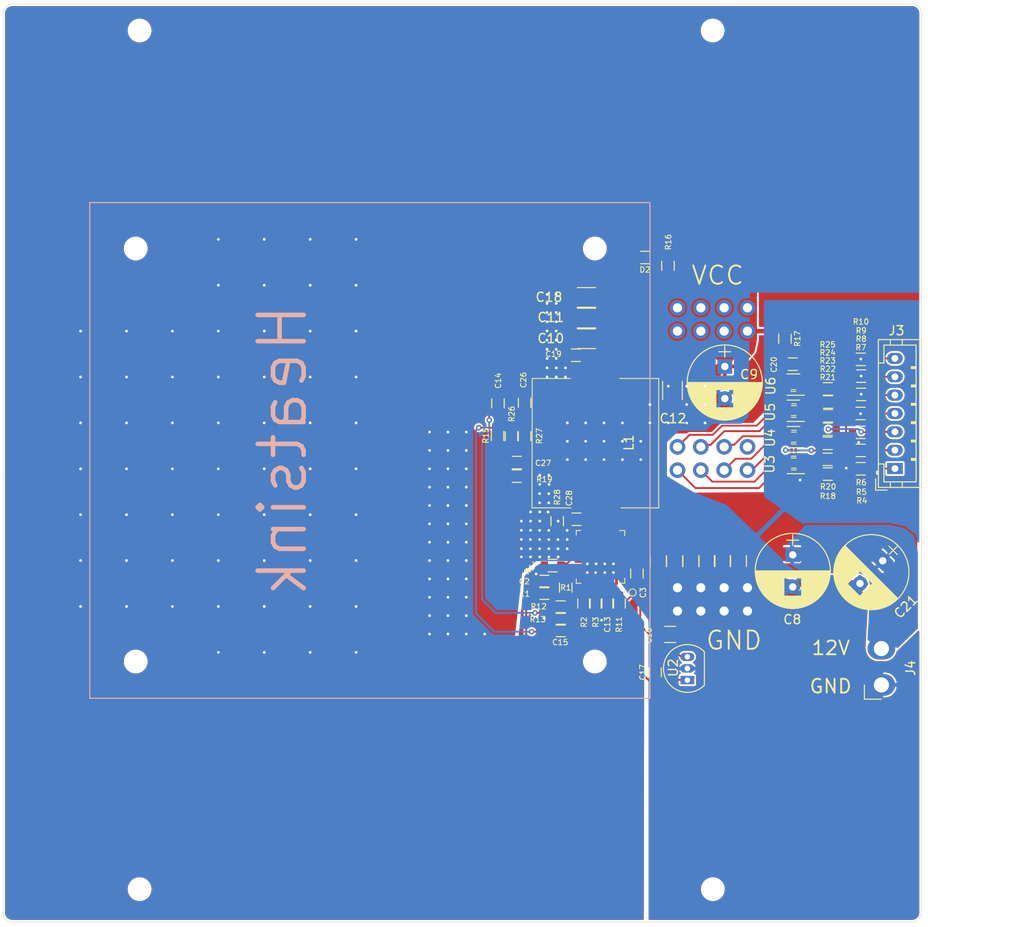
<source format=kicad_pcb>
(kicad_pcb (version 20171130) (host pcbnew "(5.1.2)-2")
  (layers (0 F.Cu signal) (31 B.Cu signal hide) (34 B.Paste user hide) (35 F.Paste user hide) (36 B.SilkS user hide) (37 F.SilkS user) (38 B.Mask user hide) (39 F.Mask user hide) (44 Edge.Cuts user))
  (net 0 "")
  (net 1 /VOUT)
  (net 2 "Net-(J1-Pad8)")
  (net 3 GND)
  (net 4 "Net-(C1-Pad1)")
  (net 5 "Net-(C3-Pad2)")
  (net 6 /SW)
  (net 7 /VIN)
  (net 8 "Net-(C13-Pad1)")
  (net 9 "Net-(C14-Pad2)")
  (net 10 /FB)
  (net 11 /D2)
  (net 12 /D1)
  (net 13 /OE)
  (net 14 /LE)
  (net 15 /A0)
  (net 16 /A1)
  (net 17 /CLK)
  (net 18 "Net-(R2-Pad2)")
  (net 19 "Net-(R11-Pad1)")
  (net 20 "Net-(U1-Pad34)")
  (net 21 "Net-(U1-Pad33)")
  (net 22 "Net-(U1-Pad28)")
  (net 23 "Net-(U1-Pad30)")
  (net 24 "Net-(D2-Pad2)")
  (net 25 "Net-(C17-Pad1)")
  (net 26 /IN_D2)
  (net 27 /IN_OE)
  (net 28 /IN_A0)
  (net 29 /IN_CLK)
  (net 30 /IN_A1)
  (net 31 /IN_LE)
  (net 32 /IN_D1)
  (net 33 "Net-(U6-Pad4)")
  (net 34 /VOUT2)
  (net 35 "Net-(C27-Pad1)")
  (net 36 "Net-(C3-Pad1)")
  (net 37 "Net-(R14-Pad2)")
  (net 38 "Net-(R18-Pad2)")
  (net 39 "Net-(R20-Pad2)")
  (net 40 "Net-(R21-Pad2)")
  (net 41 "Net-(R22-Pad2)")
  (net 42 "Net-(R23-Pad2)")
  (net 43 "Net-(R24-Pad2)")
  (net 44 "Net-(R25-Pad2)")
  (net 45 "Net-(C26-Pad2)")
  (net 46 "Net-(C28-Pad1)")
  (module UserLibrary:R_0603_HandSoldering2 (layer F.Cu) (at 137.55 127.175 90)
    (fp_text reference C17 (at 0 -1.35 90) (layer F.SilkS) (effects (font (size 0.6 0.6) (thickness 0.1))))
    (fp_text value 22uF hide)
    (pad 2 smd rect (at 0.9 0 90) (size 0.8 0.9) (layers F.Cu F.Paste F.Mask) (net 3 GND))
    (pad 1 smd rect (at -0.9 0 90) (size 0.8 0.9) (layers F.Cu F.Paste F.Mask) (net 25 "Net-(C17-Pad1)"))
  )
  (module Connectors_JST:JST_VH_B2PS-VH_2x2x3.96mm_Horizontal (layer F.Cu) (at 162.2 128.55 90)
    (fp_text reference J4 (at 1.84 3.175 90) (layer F.SilkS))
    (fp_text value JST_VH_2)
    (pad 1 thru_hole oval (at 0 0 90) (size 2.35 3) (drill 1.65) (layers *.Cu *.Mask) (net 3 GND))
    (pad 2 thru_hole oval (at 3.96 0 90) (size 2.35 3) (drill 1.65) (layers *.Cu *.Mask) (net 7 /VIN))
  )
  (module Capacitors_THT:CP_Radial_D8.0mm_P3.50mm (layer F.Cu) (at 152.55 114.375 270)
    (fp_text reference C8 (at 7.05 0.05 180) (layer F.SilkS))
    (fp_text value 330uF)
    (pad 1 thru_hole rect (at 0 0 270) (size 1.6 1.6) (drill 0.8) (layers *.Cu *.Mask) (net 7 /VIN))
    (pad 2 thru_hole circle (at 3.5 0 270) (size 1.6 1.6) (drill 0.8) (layers *.Cu *.Mask) (net 3 GND))
  )
  (module UserLibrary:M2_srew_hole (layer F.Cu) (at 131 81)
    (fp_text reference REF** hide)
    (fp_text value "3.2mm hole" hide)
    (pad "" np_thru_hole circle (at 0 0) (size 2.2 2.2) (drill 2.2) (layers *.Cu *.Mask))
  )
  (module UserLibrary:M2_srew_hole (layer F.Cu) (at 81 81)
    (fp_text reference REF** hide)
    (fp_text value "3.2mm hole" hide)
    (pad "" np_thru_hole circle (at 0 0) (size 2.2 2.2) (drill 2.2) (layers *.Cu *.Mask))
  )
  (module UserLibrary:M2_srew_hole (layer F.Cu) (at 81 126)
    (fp_text reference REF** hide)
    (fp_text value "3.2mm hole" hide)
    (pad "" np_thru_hole circle (at 0 0) (size 2.2 2.2) (drill 2.2) (layers *.Cu *.Mask))
  )
  (module UserLibrary:M2_srew_hole (layer F.Cu) (at 131 126)
    (fp_text reference REF** hide)
    (fp_text value "3.2mm hole" hide)
    (pad "" np_thru_hole circle (at 0 0) (size 2.2 2.2) (drill 2.2) (layers *.Cu *.Mask))
  )
  (module UserLibrary:R_0603_HandSoldering2 (layer F.Cu) (at 123.35 101.45 270)
    (fp_text reference R27 (at -0.025 -1.6 270) (layer F.SilkS) (effects (font (size 0.6 0.6) (thickness 0.1))))
    (fp_text value 68 hide)
    (pad 2 smd rect (at 0.9 0 270) (size 0.8 0.9) (layers F.Cu F.Paste F.Mask) (net 6 /SW))
    (pad 1 smd rect (at -0.9 0 270) (size 0.8 0.9) (layers F.Cu F.Paste F.Mask) (net 45 "Net-(C26-Pad2)"))
  )
  (module UserLibrary:R_0603_HandSoldering2 (layer F.Cu) (at 129 110.5)
    (fp_text reference C28 (at -0.8 -2.3 90) (layer F.SilkS) (effects (font (size 0.6 0.6) (thickness 0.1))))
    (fp_text value 1nF hide)
    (pad 2 smd rect (at 0.9 0) (size 0.8 0.9) (layers F.Cu F.Paste F.Mask) (net 6 /SW))
    (pad 1 smd rect (at -0.9 0) (size 0.8 0.9) (layers F.Cu F.Paste F.Mask) (net 46 "Net-(C28-Pad1)"))
  )
  (module UserLibrary:R_0603_HandSoldering2 (layer F.Cu) (at 126.9 110.7 90)
    (fp_text reference R28 (at 2.6 0 90) (layer F.SilkS) (effects (font (size 0.6 0.6) (thickness 0.1))))
    (fp_text value 3.3 hide)
    (pad 2 smd rect (at 0.9 0 90) (size 0.8 0.9) (layers F.Cu F.Paste F.Mask) (net 46 "Net-(C28-Pad1)"))
    (pad 1 smd rect (at -0.9 0 90) (size 0.8 0.9) (layers F.Cu F.Paste F.Mask) (net 3 GND))
  )
  (module UserLibrary:R_0603_HandSoldering2 (layer F.Cu) (at 121.925 101.45 270)
    (fp_text reference R26 (at -2.425 -0.025 90) (layer F.SilkS) (effects (font (size 0.6 0.6) (thickness 0.1))))
    (fp_text value 68 hide)
    (pad 2 smd rect (at 0.9 0 270) (size 0.8 0.9) (layers F.Cu F.Paste F.Mask) (net 6 /SW))
    (pad 1 smd rect (at -0.9 0 270) (size 0.8 0.9) (layers F.Cu F.Paste F.Mask) (net 45 "Net-(C26-Pad2)"))
  )
  (module UserLibrary:R_0603_HandSoldering2 (layer F.Cu) (at 123.35 97.8 270)
    (fp_text reference C26 (at -2.475 0.125 270) (layer F.SilkS) (effects (font (size 0.6 0.6) (thickness 0.1))))
    (fp_text value 4.7nF hide)
    (pad 2 smd rect (at 0.9 0 270) (size 0.8 0.9) (layers F.Cu F.Paste F.Mask) (net 45 "Net-(C26-Pad2)"))
    (pad 1 smd rect (at -0.9 0 270) (size 0.8 0.9) (layers F.Cu F.Paste F.Mask) (net 1 /VOUT))
  )
  (module UserLibrary:M2_srew_hole (layer F.Cu) (at 81.425 57.25)
    (fp_text reference REF** hide)
    (fp_text value "3.2mm hole" hide)
    (pad "" np_thru_hole circle (at 0 0) (size 2.2 2.2) (drill 2.2) (layers *.Cu *.Mask))
  )
  (module UserLibrary:M2_srew_hole (layer F.Cu) (at 81.425 150.8)
    (fp_text reference REF** hide)
    (fp_text value "3.2mm hole" hide)
    (pad "" np_thru_hole circle (at 0 0) (size 2.2 2.2) (drill 2.2) (layers *.Cu *.Mask))
  )
  (module UserLibrary:M2_srew_hole (layer F.Cu) (at 143.85 150.8)
    (fp_text reference REF** hide)
    (fp_text value "3.2mm hole" hide)
    (pad "" np_thru_hole circle (at 0 0) (size 2.2 2.2) (drill 2.2) (layers *.Cu *.Mask))
  )
  (module UserLibrary:M2_srew_hole (layer F.Cu) (at 143.825 57.25)
    (fp_text reference REF** hide)
    (fp_text value "3.2mm hole" hide)
    (pad "" np_thru_hole circle (at 0 0) (size 2.2 2.2) (drill 2.2) (layers *.Cu *.Mask))
  )
  (module UserLibrary:R_0603_HandSoldering2 (layer F.Cu) (at 156.375 96.3 180)
    (fp_text reference R25 (at 0.025 4.825 180) (layer F.SilkS) (effects (font (size 0.6 0.6) (thickness 0.1))))
    (fp_text value 470 hide)
    (pad 2 smd rect (at 0.9 0 180) (size 0.8 0.9) (layers F.Cu F.Paste F.Mask) (net 44 "Net-(R25-Pad2)"))
    (pad 1 smd rect (at -0.9 0 180) (size 0.8 0.9) (layers F.Cu F.Paste F.Mask) (net 32 /IN_D1))
  )
  (module UserLibrary:R_0603_HandSoldering2 (layer F.Cu) (at 156.4 97.725 180)
    (fp_text reference R24 (at 0.05 5.375) (layer F.SilkS) (effects (font (size 0.6 0.6) (thickness 0.1))))
    (fp_text value 470 hide)
    (pad 2 smd rect (at 0.9 0 180) (size 0.8 0.9) (layers F.Cu F.Paste F.Mask) (net 43 "Net-(R24-Pad2)"))
    (pad 1 smd rect (at -0.9 0 180) (size 0.8 0.9) (layers F.Cu F.Paste F.Mask) (net 31 /IN_LE))
  )
  (module UserLibrary:R_0603_HandSoldering2 (layer F.Cu) (at 156.4 99.225 180)
    (fp_text reference R23 (at 0.05 6) (layer F.SilkS) (effects (font (size 0.6 0.6) (thickness 0.1))))
    (fp_text value 470 hide)
    (pad 2 smd rect (at 0.9 0 180) (size 0.8 0.9) (layers F.Cu F.Paste F.Mask) (net 42 "Net-(R23-Pad2)"))
    (pad 1 smd rect (at -0.9 0 180) (size 0.8 0.9) (layers F.Cu F.Paste F.Mask) (net 30 /IN_A1))
  )
  (module UserLibrary:R_0603_HandSoldering2 (layer F.Cu) (at 156.375 100.7 180)
    (fp_text reference R22 (at 0 6.575 180) (layer F.SilkS) (effects (font (size 0.6 0.6) (thickness 0.1))))
    (fp_text value 470 hide)
    (pad 2 smd rect (at 0.9 0 180) (size 0.8 0.9) (layers F.Cu F.Paste F.Mask) (net 41 "Net-(R22-Pad2)"))
    (pad 1 smd rect (at -0.9 0 180) (size 0.8 0.9) (layers F.Cu F.Paste F.Mask) (net 28 /IN_A0))
  )
  (module UserLibrary:R_0603_HandSoldering2 (layer F.Cu) (at 156.35 102.225 180)
    (fp_text reference R21 (at -0.025 7.2 180) (layer F.SilkS) (effects (font (size 0.6 0.6) (thickness 0.1))))
    (fp_text value 470 hide)
    (pad 2 smd rect (at 0.9 0 180) (size 0.8 0.9) (layers F.Cu F.Paste F.Mask) (net 40 "Net-(R21-Pad2)"))
    (pad 1 smd rect (at -0.9 0 180) (size 0.8 0.9) (layers F.Cu F.Paste F.Mask) (net 29 /IN_CLK))
  )
  (module UserLibrary:R_0603_HandSoldering2 (layer F.Cu) (at 156.35 103.975 180)
    (fp_text reference R20 (at -0.05 -2.975 180) (layer F.SilkS) (effects (font (size 0.6 0.6) (thickness 0.1))))
    (fp_text value 470 hide)
    (pad 2 smd rect (at 0.9 0 180) (size 0.8 0.9) (layers F.Cu F.Paste F.Mask) (net 39 "Net-(R20-Pad2)"))
    (pad 1 smd rect (at -0.9 0 180) (size 0.8 0.9) (layers F.Cu F.Paste F.Mask) (net 27 /IN_OE))
  )
  (module UserLibrary:R_0603_HandSoldering2 (layer F.Cu) (at 156.375 105.575 180)
    (fp_text reference R18 (at 0 -2.4 180) (layer F.SilkS) (effects (font (size 0.6 0.6) (thickness 0.1))))
    (fp_text value 470 hide)
    (pad 2 smd rect (at 0.9 0 180) (size 0.8 0.9) (layers F.Cu F.Paste F.Mask) (net 38 "Net-(R18-Pad2)"))
    (pad 1 smd rect (at -0.9 0 180) (size 0.8 0.9) (layers F.Cu F.Paste F.Mask) (net 26 /IN_D2))
  )
  (module UserLibrary:R_0603_HandSoldering2 (layer F.Cu) (at 122.5 105.8 180)
    (fp_text reference R19 (at -3 -0.35) (layer F.SilkS) (effects (font (size 0.6 0.6) (thickness 0.1))))
    (fp_text value 3.3 hide)
    (pad 2 smd rect (at 0.9 0 180) (size 0.8 0.9) (layers F.Cu F.Paste F.Mask) (net 35 "Net-(C27-Pad1)"))
    (pad 1 smd rect (at -0.9 0 180) (size 0.8 0.9) (layers F.Cu F.Paste F.Mask) (net 3 GND))
  )
  (module UserLibrary:R_0603_HandSoldering2 (layer F.Cu) (at 122.5 104.325)
    (fp_text reference C27 (at 2.875 0.05) (layer F.SilkS) (effects (font (size 0.6 0.6) (thickness 0.1))))
    (fp_text value 1nF hide)
    (pad 2 smd rect (at 0.9 0) (size 0.8 0.9) (layers F.Cu F.Paste F.Mask) (net 6 /SW))
    (pad 1 smd rect (at -0.9 0) (size 0.8 0.9) (layers F.Cu F.Paste F.Mask) (net 35 "Net-(C27-Pad1)"))
  )
  (module UserLibrary:R_0603_HandSoldering2 (layer F.Cu) (at 120.45 97.875 270)
    (fp_text reference C14 (at -2.475 -0.025 90) (layer F.SilkS) (effects (font (size 0.6 0.6) (thickness 0.1))))
    (fp_text value 100nF hide)
    (pad 2 smd rect (at 0.9 0 270) (size 0.8 0.9) (layers F.Cu F.Paste F.Mask) (net 9 "Net-(C14-Pad2)"))
    (pad 1 smd rect (at -0.9 0 270) (size 0.8 0.9) (layers F.Cu F.Paste F.Mask) (net 1 /VOUT))
  )
  (module UserLibrary:R_0603_HandSoldering2 (layer F.Cu) (at 151.7 90.825 90)
    (fp_text reference R17 (at 0 1.36 90) (layer F.SilkS) (effects (font (size 0.6 0.6) (thickness 0.1))))
    (fp_text value 5 hide)
    (pad 2 smd rect (at 0.9 0 90) (size 0.8 0.9) (layers F.Cu F.Paste F.Mask) (net 1 /VOUT))
    (pad 1 smd rect (at -0.9 0 90) (size 0.8 0.9) (layers F.Cu F.Paste F.Mask) (net 34 /VOUT2))
  )
  (module UserLibrary:R_0805_HandSoldering2 (layer F.Cu) (at 143.2 115.05 270)
    (fp_text reference C25 hide)
    (fp_text value 10uF hide)
    (pad 2 smd rect (at 1.05 0 270) (size 0.9 1.3) (layers F.Cu F.Paste F.Mask) (net 3 GND))
    (pad 1 smd rect (at -1.05 0 270) (size 0.9 1.3) (layers F.Cu F.Paste F.Mask) (net 7 /VIN))
  )
  (module UserLibrary:R_0805_HandSoldering2 (layer F.Cu) (at 144.9 115.05 270)
    (fp_text reference C24 hide)
    (fp_text value 10uF hide)
    (pad 2 smd rect (at 1.05 0 270) (size 0.9 1.3) (layers F.Cu F.Paste F.Mask) (net 3 GND))
    (pad 1 smd rect (at -1.05 0 270) (size 0.9 1.3) (layers F.Cu F.Paste F.Mask) (net 7 /VIN))
  )
  (module Capacitors_THT:CP_Radial_D8.0mm_P3.50mm (layer F.Cu) (at 162.35 115.025 225)
    (fp_text reference C21 (at 1.75 -5.31 45) (layer F.SilkS))
    (fp_text value 330uF)
    (pad 1 thru_hole rect (at 0 0 225) (size 1.6 1.6) (drill 0.8) (layers *.Cu *.Mask) (net 7 /VIN))
    (pad 2 thru_hole circle (at 3.5 0 225) (size 1.6 1.6) (drill 0.8) (layers *.Cu *.Mask) (net 3 GND))
  )
  (module UserLibrary:SOT-363 (layer F.Cu) (at 152.625 95.825 180)
    (fp_text reference U6 (at 2.475 -0.15 90) (layer F.SilkS))
    (fp_text value 74LVC2G17GW hide)
    (pad 1 smd rect (at -1.05 -0.65 180) (size 0.85 0.4) (layers F.Cu F.Paste F.Mask) (net 44 "Net-(R25-Pad2)"))
    (pad 3 smd rect (at -1.05 0.65 180) (size 0.85 0.4) (layers F.Cu F.Paste F.Mask) (net 3 GND))
    (pad 5 smd rect (at 1.05 0 180) (size 0.85 0.4) (layers F.Cu F.Paste F.Mask) (net 34 /VOUT2))
    (pad 2 smd rect (at -1.05 0 180) (size 0.85 0.4) (layers F.Cu F.Paste F.Mask) (net 3 GND))
    (pad 4 smd rect (at 1.05 0.65 180) (size 0.85 0.4) (layers F.Cu F.Paste F.Mask) (net 33 "Net-(U6-Pad4)"))
    (pad 6 smd rect (at 1.05 -0.65 180) (size 0.85 0.4) (layers F.Cu F.Paste F.Mask) (net 12 /D1))
  )
  (module UserLibrary:R_0603_HandSoldering2 (layer F.Cu) (at 160 94.9)
    (fp_text reference R9 (at 0 -4.95) (layer F.SilkS) (effects (font (size 0.6 0.6) (thickness 0.1))))
    (fp_text value 470 hide)
    (pad 2 smd rect (at 0.9 0) (size 0.8 0.9) (layers F.Cu F.Paste F.Mask) (net 31 /IN_LE))
    (pad 1 smd rect (at -0.9 0) (size 0.8 0.9) (layers F.Cu F.Paste F.Mask) (net 3 GND))
  )
  (module UserLibrary:SOT-363 (layer F.Cu) (at 152.625 98.675 180)
    (fp_text reference U5 (at 2.525 -0.15 90) (layer F.SilkS))
    (fp_text value 74LVC2G17GW hide)
    (pad 1 smd rect (at -1.05 -0.65 180) (size 0.85 0.4) (layers F.Cu F.Paste F.Mask) (net 42 "Net-(R23-Pad2)"))
    (pad 3 smd rect (at -1.05 0.65 180) (size 0.85 0.4) (layers F.Cu F.Paste F.Mask) (net 43 "Net-(R24-Pad2)"))
    (pad 5 smd rect (at 1.05 0 180) (size 0.85 0.4) (layers F.Cu F.Paste F.Mask) (net 34 /VOUT2))
    (pad 2 smd rect (at -1.05 0 180) (size 0.85 0.4) (layers F.Cu F.Paste F.Mask) (net 3 GND))
    (pad 4 smd rect (at 1.05 0.65 180) (size 0.85 0.4) (layers F.Cu F.Paste F.Mask) (net 14 /LE))
    (pad 6 smd rect (at 1.05 -0.65 180) (size 0.85 0.4) (layers F.Cu F.Paste F.Mask) (net 16 /A1))
  )
  (module UserLibrary:SOT-363 (layer F.Cu) (at 152.625 101.55 180)
    (fp_text reference U4 (at 2.525 -0.075 90) (layer F.SilkS))
    (fp_text value 74LVC2G17GW hide)
    (pad 1 smd rect (at -1.05 -0.65 180) (size 0.85 0.4) (layers F.Cu F.Paste F.Mask) (net 40 "Net-(R21-Pad2)"))
    (pad 3 smd rect (at -1.05 0.65 180) (size 0.85 0.4) (layers F.Cu F.Paste F.Mask) (net 41 "Net-(R22-Pad2)"))
    (pad 5 smd rect (at 1.05 0 180) (size 0.85 0.4) (layers F.Cu F.Paste F.Mask) (net 34 /VOUT2))
    (pad 2 smd rect (at -1.05 0 180) (size 0.85 0.4) (layers F.Cu F.Paste F.Mask) (net 3 GND))
    (pad 4 smd rect (at 1.05 0.65 180) (size 0.85 0.4) (layers F.Cu F.Paste F.Mask) (net 15 /A0))
    (pad 6 smd rect (at 1.05 -0.65 180) (size 0.85 0.4) (layers F.Cu F.Paste F.Mask) (net 17 /CLK))
  )
  (module UserLibrary:SOT-363 (layer F.Cu) (at 152.625 104.375 180)
    (fp_text reference U3 (at 2.575 -0.125 90) (layer F.SilkS))
    (fp_text value 74LVC2G17GW hide)
    (pad 1 smd rect (at -1.05 -0.65 180) (size 0.85 0.4) (layers F.Cu F.Paste F.Mask) (net 38 "Net-(R18-Pad2)"))
    (pad 3 smd rect (at -1.05 0.65 180) (size 0.85 0.4) (layers F.Cu F.Paste F.Mask) (net 39 "Net-(R20-Pad2)"))
    (pad 5 smd rect (at 1.05 0 180) (size 0.85 0.4) (layers F.Cu F.Paste F.Mask) (net 34 /VOUT2))
    (pad 2 smd rect (at -1.05 0 180) (size 0.85 0.4) (layers F.Cu F.Paste F.Mask) (net 3 GND))
    (pad 4 smd rect (at 1.05 0.65 180) (size 0.85 0.4) (layers F.Cu F.Paste F.Mask) (net 13 /OE))
    (pad 6 smd rect (at 1.05 -0.65 180) (size 0.85 0.4) (layers F.Cu F.Paste F.Mask) (net 11 /D2))
  )
  (module UserLibrary:R_0603_HandSoldering2 (layer F.Cu) (at 152.55 93.6)
    (fp_text reference C20 (at -2.05 0.05 90) (layer F.SilkS) (effects (font (size 0.6 0.6) (thickness 0.1))))
    (fp_text value 22uF hide)
    (pad 2 smd rect (at 0.9 0) (size 0.8 0.9) (layers F.Cu F.Paste F.Mask) (net 3 GND))
    (pad 1 smd rect (at -0.9 0) (size 0.8 0.9) (layers F.Cu F.Paste F.Mask) (net 34 /VOUT2))
  )
  (module UserLibrary:R_0603_HandSoldering2 (layer F.Cu) (at 159.925 98.975)
    (fp_text reference R7 (at 0.05 -7.2) (layer F.SilkS) (effects (font (size 0.6 0.6) (thickness 0.1))))
    (fp_text value 470 hide)
    (pad 2 smd rect (at 0.9 0) (size 0.8 0.9) (layers F.Cu F.Paste F.Mask) (net 29 /IN_CLK))
    (pad 1 smd rect (at -0.9 0) (size 0.8 0.9) (layers F.Cu F.Paste F.Mask) (net 3 GND))
  )
  (module UserLibrary:R_0603_HandSoldering2 (layer F.Cu) (at 160 96.9)
    (fp_text reference R8 (at 0 -6.05) (layer F.SilkS) (effects (font (size 0.6 0.6) (thickness 0.1))))
    (fp_text value 470 hide)
    (pad 2 smd rect (at 0.9 0) (size 0.8 0.9) (layers F.Cu F.Paste F.Mask) (net 30 /IN_A1))
    (pad 1 smd rect (at -0.9 0) (size 0.8 0.9) (layers F.Cu F.Paste F.Mask) (net 3 GND))
  )
  (module UserLibrary:R_0603_HandSoldering2 (layer F.Cu) (at 159.95 101.025)
    (fp_text reference R6 (at 0.05 5.475) (layer F.SilkS) (effects (font (size 0.6 0.6) (thickness 0.1))))
    (fp_text value 470 hide)
    (pad 2 smd rect (at 0.9 0) (size 0.8 0.9) (layers F.Cu F.Paste F.Mask) (net 28 /IN_A0))
    (pad 1 smd rect (at -0.9 0) (size 0.8 0.9) (layers F.Cu F.Paste F.Mask) (net 3 GND))
  )
  (module UserLibrary:R_0603_HandSoldering2 (layer F.Cu) (at 159.95 105)
    (fp_text reference R4 (at 0.125 3.475) (layer F.SilkS) (effects (font (size 0.6 0.6) (thickness 0.1))))
    (fp_text value 470 hide)
    (pad 2 smd rect (at 0.9 0) (size 0.8 0.9) (layers F.Cu F.Paste F.Mask) (net 26 /IN_D2))
    (pad 1 smd rect (at -0.9 0) (size 0.8 0.9) (layers F.Cu F.Paste F.Mask) (net 3 GND))
  )
  (module UserLibrary:R_0603_HandSoldering2 (layer F.Cu) (at 159.95 93.075)
    (fp_text reference R10 (at 0.025 -4.1) (layer F.SilkS) (effects (font (size 0.6 0.6) (thickness 0.1))))
    (fp_text value 470 hide)
    (pad 2 smd rect (at 0.9 0) (size 0.8 0.9) (layers F.Cu F.Paste F.Mask) (net 32 /IN_D1))
    (pad 1 smd rect (at -0.9 0) (size 0.8 0.9) (layers F.Cu F.Paste F.Mask) (net 3 GND))
  )
  (module Pin_Headers:Pin_Header_Straight_2x04_Pitch2.54mm (layer F.Cu) (at 140 105.15 90)
    (fp_text reference J1 hide)
    (fp_text value Conn_02x04 hide)
    (pad 1 thru_hole circle (at 0 0 90) (size 1.7 1.7) (drill 1) (layers *.Cu *.Mask) (net 11 /D2))
    (pad 2 thru_hole oval (at 2.54 0 90) (size 1.7 1.7) (drill 1) (layers *.Cu *.Mask) (net 12 /D1))
    (pad 3 thru_hole oval (at 0 2.54 90) (size 1.7 1.7) (drill 1) (layers *.Cu *.Mask) (net 13 /OE))
    (pad 4 thru_hole oval (at 2.54 2.54 90) (size 1.7 1.7) (drill 1) (layers *.Cu *.Mask) (net 14 /LE))
    (pad 5 thru_hole oval (at 0 5.08 90) (size 1.7 1.7) (drill 1) (layers *.Cu *.Mask) (net 15 /A0))
    (pad 6 thru_hole oval (at 2.54 5.08 90) (size 1.7 1.7) (drill 1) (layers *.Cu *.Mask) (net 16 /A1))
    (pad 7 thru_hole oval (at 0 7.62 90) (size 1.7 1.7) (drill 1) (layers *.Cu *.Mask) (net 17 /CLK))
    (pad 8 thru_hole oval (at 2.54 7.62 90) (size 1.7 1.7) (drill 1) (layers *.Cu *.Mask) (net 2 "Net-(J1-Pad8)"))
  )
  (module Connectors_JST:JST_PH_B7B-PH-K_07x2.00mm_Straight (layer F.Cu) (at 163.675 104.975 90)
    (fp_text reference J3 (at 15.025 0.175 180) (layer F.SilkS))
    (fp_text value JST_PH_7)
    (pad 1 thru_hole rect (at 0 0 90) (size 1.2 1.7) (drill 0.75) (layers *.Cu *.Mask) (net 26 /IN_D2))
    (pad 2 thru_hole oval (at 2 0 90) (size 1.2 1.7) (drill 0.75) (layers *.Cu *.Mask) (net 27 /IN_OE))
    (pad 3 thru_hole oval (at 4 0 90) (size 1.2 1.7) (drill 0.75) (layers *.Cu *.Mask) (net 28 /IN_A0))
    (pad 4 thru_hole oval (at 6 0 90) (size 1.2 1.7) (drill 0.75) (layers *.Cu *.Mask) (net 29 /IN_CLK))
    (pad 5 thru_hole oval (at 8 0 90) (size 1.2 1.7) (drill 0.75) (layers *.Cu *.Mask) (net 30 /IN_A1))
    (pad 6 thru_hole oval (at 10 0 90) (size 1.2 1.7) (drill 0.75) (layers *.Cu *.Mask) (net 31 /IN_LE))
    (pad 7 thru_hole oval (at 12 0 90) (size 1.2 1.7) (drill 0.75) (layers *.Cu *.Mask) (net 32 /IN_D1))
  )
  (module UserLibrary:R_0603_HandSoldering2 (layer F.Cu) (at 159.95 103)
    (fp_text reference R5 (at 0.075 4.525 -180) (layer F.SilkS) (effects (font (size 0.6 0.6) (thickness 0.1))))
    (fp_text value 470 hide)
    (pad 2 smd rect (at 0.9 0) (size 0.8 0.9) (layers F.Cu F.Paste F.Mask) (net 27 /IN_OE))
    (pad 1 smd rect (at -0.9 0) (size 0.8 0.9) (layers F.Cu F.Paste F.Mask) (net 34 /VOUT2))
  )
  (module UserLibrary:R_0603_HandSoldering2 (layer F.Cu) (at 128.94 92.63 180)
    (fp_text reference C19 (at 2.44 0.13) (layer F.SilkS) (effects (font (size 0.6 0.6) (thickness 0.1))))
    (fp_text value 22uF hide)
    (pad 2 smd rect (at 0.9 0 180) (size 0.8 0.9) (layers F.Cu F.Paste F.Mask) (net 3 GND))
    (pad 1 smd rect (at -0.9 0 180) (size 0.8 0.9) (layers F.Cu F.Paste F.Mask) (net 1 /VOUT))
  )
  (module UserLibrary:R_1206_HandSoldering (layer F.Cu) (at 130.09 86.33 180)
    (fp_text reference C18 (at 4.09 0.03) (layer F.SilkS))
    (fp_text value 47uF hide)
    (pad 2 smd rect (at 1.6 0 180) (size 1.2 1.7) (layers F.Cu F.Paste F.Mask) (net 3 GND))
    (pad 1 smd rect (at -1.6 0 180) (size 1.2 1.7) (layers F.Cu F.Paste F.Mask) (net 1 /VOUT))
  )
  (module UserLibrary:R_0603_HandSoldering2 (layer F.Cu) (at 126.4 115.55 180)
    (fp_text reference R14 (at 2.3 -0.225 45) (layer F.SilkS) (effects (font (size 0.6 0.6) (thickness 0.1))))
    (fp_text value 1.43K hide)
    (pad 2 smd rect (at 0.9 0 180) (size 0.8 0.9) (layers F.Cu F.Paste F.Mask) (net 37 "Net-(R14-Pad2)"))
    (pad 1 smd rect (at -0.9 0 180) (size 0.8 0.9) (layers F.Cu F.Paste F.Mask) (net 6 /SW))
  )
  (module UserLibrary:R_0603_HandSoldering2 (layer F.Cu) (at 127.83 117.95 90)
    (fp_text reference R1 (at 0 0 180) (layer F.SilkS) (effects (font (size 0.6 0.6) (thickness 0.1))))
    (fp_text value 10 hide)
    (pad 2 smd rect (at 0.9 0 90) (size 0.8 0.9) (layers F.Cu F.Paste F.Mask) (net 25 "Net-(C17-Pad1)"))
    (pad 1 smd rect (at -0.9 0 90) (size 0.8 0.9) (layers F.Cu F.Paste F.Mask) (net 4 "Net-(C1-Pad1)"))
  )
  (module UserLibrary:DC_Buck_FAN2365 (layer F.Cu) (at 131.602 114.602 90)
    (fp_text reference U1 hide)
    (fp_text value FAN2365 hide)
    (pad 37 smd rect (at 1.01 1.51 90) (size 2.18 0.68) (layers F.Cu F.Paste F.Mask) (net 7 /VIN))
    (pad 36 smd rect (at 1.01 -0.46 90) (size 2.18 2.58) (layers F.Cu F.Paste F.Mask) (net 6 /SW))
    (pad 35 smd rect (at -1.22 0 90) (size 1.58 3.5) (layers F.Cu F.Paste F.Mask) (net 3 GND))
    (pad 22 smd rect (at 0 -2.425 90) (size 0.3 0.75) (layers F.Cu F.Paste F.Mask) (net 6 /SW))
    (pad 18 smd rect (at 1.25 -2.425 90) (size 1.8 0.75) (layers F.Cu F.Paste F.Mask) (net 3 GND))
    (pad 23 smd rect (at -0.5 -2.425 90) (size 0.3 0.75) (layers F.Cu F.Paste F.Mask) (net 3 GND))
    (pad 24 smd rect (at -1 -2.425 90) (size 0.3 0.75) (layers F.Cu F.Paste F.Mask) (net 37 "Net-(R14-Pad2)"))
    (pad 25 smd rect (at -1.5 -2.425 90) (size 0.3 0.75) (layers F.Cu F.Paste F.Mask) (net 25 "Net-(C17-Pad1)"))
    (pad 26 smd rect (at -2 -2.425 90) (size 0.3 0.75) (layers F.Cu F.Paste F.Mask) (net 4 "Net-(C1-Pad1)"))
    (pad 5 smd rect (at 0 2.425 90) (size 0.3 0.75) (layers F.Cu F.Paste F.Mask) (net 7 /VIN))
    (pad 6 smd rect (at 0.5 2.425 90) (size 0.3 0.75) (layers F.Cu F.Paste F.Mask) (net 7 /VIN))
    (pad 7 smd rect (at 1 2.425 90) (size 0.3 0.75) (layers F.Cu F.Paste F.Mask) (net 7 /VIN))
    (pad 8 smd rect (at 1.5 2.425 90) (size 0.3 0.75) (layers F.Cu F.Paste F.Mask) (net 7 /VIN))
    (pad 9 smd rect (at 2 2.425 90) (size 0.3 0.75) (layers F.Cu F.Paste F.Mask) (net 7 /VIN))
    (pad 4 smd rect (at -0.5 2.425 90) (size 0.3 0.75) (layers F.Cu F.Paste F.Mask) (net 3 GND))
    (pad 3 smd rect (at -1 2.425 90) (size 0.3 0.75) (layers F.Cu F.Paste F.Mask) (net 5 "Net-(C3-Pad2)"))
    (pad 2 smd rect (at -1.5 2.425 90) (size 0.3 0.75) (layers F.Cu F.Paste F.Mask) (net 36 "Net-(C3-Pad1)"))
    (pad 1 smd rect (at -2 2.425 90) (size 0.3 0.75) (layers F.Cu F.Paste F.Mask) (net 7 /VIN))
    (pad 13 smd rect (at 2.675 0.25 180) (size 0.3 0.75) (layers F.Cu F.Paste F.Mask) (net 6 /SW))
    (pad 14 smd rect (at 2.675 -0.25 180) (size 0.3 0.75) (layers F.Cu F.Paste F.Mask) (net 6 /SW))
    (pad 15 smd rect (at 2.675 -0.75 180) (size 0.3 0.75) (layers F.Cu F.Paste F.Mask) (net 6 /SW))
    (pad 16 smd rect (at 2.675 -1.25 180) (size 0.3 0.75) (layers F.Cu F.Paste F.Mask) (net 6 /SW))
    (pad 17 smd rect (at 2.675 -1.75 180) (size 0.3 0.75) (layers F.Cu F.Paste F.Mask) (net 6 /SW))
    (pad 12 smd rect (at 2.675 0.75 180) (size 0.3 0.75) (layers F.Cu F.Paste F.Mask) (net 6 /SW))
    (pad 11 smd rect (at 2.675 1.25 180) (size 0.3 0.75) (layers F.Cu F.Paste F.Mask) (net 7 /VIN))
    (pad 10 smd rect (at 2.675 1.75 180) (size 0.3 0.75) (layers F.Cu F.Paste F.Mask) (net 7 /VIN))
    (pad 30 smd rect (at -2.675 -0.25 180) (size 0.3 0.75) (layers F.Cu F.Paste F.Mask) (net 23 "Net-(U1-Pad30)"))
    (pad 29 smd rect (at -2.675 -0.75 180) (size 0.3 0.75) (layers F.Cu F.Paste F.Mask) (net 18 "Net-(R2-Pad2)"))
    (pad 28 smd rect (at -2.675 -1.25 180) (size 0.3 0.75) (layers F.Cu F.Paste F.Mask) (net 22 "Net-(U1-Pad28)"))
    (pad 27 smd rect (at -2.675 -1.75 180) (size 0.3 0.75) (layers F.Cu F.Paste F.Mask) (net 10 /FB))
    (pad 31 smd rect (at -2.675 0.25 180) (size 0.3 0.75) (layers F.Cu F.Paste F.Mask) (net 8 "Net-(C13-Pad1)"))
    (pad 32 smd rect (at -2.675 0.75 180) (size 0.3 0.75) (layers F.Cu F.Paste F.Mask) (net 19 "Net-(R11-Pad1)"))
    (pad 33 smd rect (at -2.675 1.25 180) (size 0.3 0.75) (layers F.Cu F.Paste F.Mask) (net 21 "Net-(U1-Pad33)"))
    (pad 34 smd rect (at -2.675 1.75 180) (size 0.3 0.75) (layers F.Cu F.Paste F.Mask) (net 20 "Net-(U1-Pad34)"))
  )
  (module UserLibrary:R_0805_HandSoldering2 (layer F.Cu) (at 139.2 123.05)
    (fp_text reference C16 (at -2.325 0.125 90) (layer F.SilkS) (effects (font (size 0.6 0.6) (thickness 0.1))))
    (fp_text value 10uF hide)
    (pad 2 smd rect (at 1.05 0) (size 0.9 1.3) (layers F.Cu F.Paste F.Mask) (net 3 GND))
    (pad 1 smd rect (at -1.05 0) (size 0.9 1.3) (layers F.Cu F.Paste F.Mask) (net 7 /VIN))
  )
  (module UserLibrary:R_0603_HandSoldering2 (layer F.Cu) (at 138.96 82.89 90)
    (fp_text reference R16 (at 2.59 0.04 90) (layer F.SilkS) (effects (font (size 0.6 0.6) (thickness 0.1))))
    (fp_text value 470 hide)
    (pad 2 smd rect (at 0.9 0 90) (size 0.8 0.9) (layers F.Cu F.Paste F.Mask) (net 24 "Net-(D2-Pad2)"))
    (pad 1 smd rect (at -0.9 0 90) (size 0.8 0.9) (layers F.Cu F.Paste F.Mask) (net 1 /VOUT))
  )
  (module UserLibrary:R_0603_HandSoldering2 (layer F.Cu) (at 136.49 81.98)
    (fp_text reference D2 (at -0.04 1.33) (layer F.SilkS) (effects (font (size 0.6 0.6) (thickness 0.1))))
    (fp_text value LED hide)
    (pad 2 smd rect (at 0.9 0) (size 0.8 0.9) (layers F.Cu F.Paste F.Mask) (net 24 "Net-(D2-Pad2)"))
    (pad 1 smd rect (at -0.9 0) (size 0.8 0.9) (layers F.Cu F.Paste F.Mask) (net 3 GND))
  )
  (module UserLibrary:Inductor_SRP1250 (layer F.Cu) (at 131.08 102.21 270)
    (fp_text reference L1 (at -0.05 -3.625 90) (layer F.SilkS))
    (fp_text value 2.2uH hide)
    (pad 2 smd rect (at -5.7 0 270) (size 4.4 4.5) (layers F.Cu F.Paste F.Mask) (net 1 /VOUT))
    (pad 1 smd rect (at 5.7 0 270) (size 4.4 4.5) (layers F.Cu F.Paste F.Mask) (net 6 /SW))
  )
  (module TO_SOT_Packages_THT:TO-92_Inline_Narrow_Oval (layer F.Cu) (at 141.075 128.025 90)
    (fp_text reference U2 (at 1.35 -1.55 90) (layer F.SilkS))
    (fp_text value MC78L05_TO92)
    (pad 2 thru_hole oval (at 1.27 0 270) (size 0.9 1.5) (drill 0.6) (layers *.Cu *.Mask) (net 3 GND))
    (pad 3 thru_hole oval (at 2.54 0 270) (size 0.9 1.5) (drill 0.6) (layers *.Cu *.Mask) (net 7 /VIN))
    (pad 1 thru_hole rect (at 0 0 270) (size 0.9 1.5) (drill 0.6) (layers *.Cu *.Mask) (net 25 "Net-(C17-Pad1)"))
  )
  (module UserLibrary:R_0603_HandSoldering2 (layer F.Cu) (at 120.4 101.425 270)
    (fp_text reference R15 (at -0.05 1.275 90) (layer F.SilkS) (effects (font (size 0.6 0.6) (thickness 0.1))))
    (fp_text value 1.3-1.8K hide)
    (pad 2 smd rect (at 0.9 0 270) (size 0.8 0.9) (layers F.Cu F.Paste F.Mask) (net 6 /SW))
    (pad 1 smd rect (at -0.9 0 270) (size 0.8 0.9) (layers F.Cu F.Paste F.Mask) (net 9 "Net-(C14-Pad2)"))
  )
  (module UserLibrary:R_0603_HandSoldering2 (layer F.Cu) (at 127.284 121.344 180)
    (fp_text reference R13 (at 2.504 -0.066) (layer F.SilkS) (effects (font (size 0.6 0.6) (thickness 0.1))))
    (fp_text value 1.78K hide)
    (pad 2 smd rect (at 0.9 0 180) (size 0.8 0.9) (layers F.Cu F.Paste F.Mask) (net 3 GND))
    (pad 1 smd rect (at -0.9 0 180) (size 0.8 0.9) (layers F.Cu F.Paste F.Mask) (net 10 /FB))
  )
  (module UserLibrary:R_0603_HandSoldering2 (layer F.Cu) (at 127.284 120.074)
    (fp_text reference R12 (at -2.404 -0.064) (layer F.SilkS) (effects (font (size 0.6 0.6) (thickness 0.1))))
    (fp_text value 10K hide)
    (pad 2 smd rect (at 0.9 0) (size 0.8 0.9) (layers F.Cu F.Paste F.Mask) (net 10 /FB))
    (pad 1 smd rect (at -0.9 0) (size 0.8 0.9) (layers F.Cu F.Paste F.Mask) (net 1 /VOUT))
  )
  (module UserLibrary:R_0603_HandSoldering2 (layer F.Cu) (at 133.634 119.682 270)
    (fp_text reference R11 (at 2.286 0 90) (layer F.SilkS) (effects (font (size 0.6 0.6) (thickness 0.1))))
    (fp_text value 187K hide)
    (pad 2 smd rect (at 0.9 0 270) (size 0.8 0.9) (layers F.Cu F.Paste F.Mask) (net 3 GND))
    (pad 1 smd rect (at -0.9 0 270) (size 0.8 0.9) (layers F.Cu F.Paste F.Mask) (net 19 "Net-(R11-Pad1)"))
  )
  (module UserLibrary:R_0603_HandSoldering2 (layer F.Cu) (at 131.094 119.682 270)
    (fp_text reference R3 (at 2.032 0 90) (layer F.SilkS) (effects (font (size 0.6 0.6) (thickness 0.1))))
    (fp_text value 1K hide)
    (pad 2 smd rect (at 0.9 0 270) (size 0.8 0.9) (layers F.Cu F.Paste F.Mask) (net 3 GND))
    (pad 1 smd rect (at -0.9 0 270) (size 0.8 0.9) (layers F.Cu F.Paste F.Mask) (net 18 "Net-(R2-Pad2)"))
  )
  (module UserLibrary:R_0603_HandSoldering2 (layer F.Cu) (at 129.824 119.682 90)
    (fp_text reference R2 (at -2.032 0 90) (layer F.SilkS) (effects (font (size 0.6 0.6) (thickness 0.1))))
    (fp_text value 3K hide)
    (pad 2 smd rect (at 0.9 0 90) (size 0.8 0.9) (layers F.Cu F.Paste F.Mask) (net 18 "Net-(R2-Pad2)"))
    (pad 1 smd rect (at -0.9 0 90) (size 0.8 0.9) (layers F.Cu F.Paste F.Mask) (net 7 /VIN))
  )
  (module UserLibrary:R_0603_HandSoldering2 (layer F.Cu) (at 127.284 122.614)
    (fp_text reference C15 (at -0.054 1.296) (layer F.SilkS) (effects (font (size 0.6 0.6) (thickness 0.1))))
    (fp_text value 10nF hide)
    (pad 2 smd rect (at 0.9 0) (size 0.8 0.9) (layers F.Cu F.Paste F.Mask) (net 10 /FB))
    (pad 1 smd rect (at -0.9 0) (size 0.8 0.9) (layers F.Cu F.Paste F.Mask) (net 9 "Net-(C14-Pad2)"))
  )
  (module UserLibrary:R_0603_HandSoldering2 (layer F.Cu) (at 132.364 119.682 270)
    (fp_text reference C13 (at 2.286 0 90) (layer F.SilkS) (effects (font (size 0.6 0.6) (thickness 0.1))))
    (fp_text value 15nF hide)
    (pad 2 smd rect (at 0.9 0 270) (size 0.8 0.9) (layers F.Cu F.Paste F.Mask) (net 3 GND))
    (pad 1 smd rect (at -0.9 0 270) (size 0.8 0.9) (layers F.Cu F.Paste F.Mask) (net 8 "Net-(C13-Pad1)"))
  )
  (module UserLibrary:R_1206_HandSoldering (layer F.Cu) (at 139.45 96.475 270)
    (fp_text reference C12 (at 3.05 -0.05 180) (layer F.SilkS))
    (fp_text value 47uF hide)
    (pad 2 smd rect (at 1.6 0 270) (size 1.2 1.7) (layers F.Cu F.Paste F.Mask) (net 3 GND))
    (pad 1 smd rect (at -1.6 0 270) (size 1.2 1.7) (layers F.Cu F.Paste F.Mask) (net 1 /VOUT))
  )
  (module UserLibrary:R_1206_HandSoldering (layer F.Cu) (at 130.09 88.58 180)
    (fp_text reference C11 (at 3.89 0.08) (layer F.SilkS))
    (fp_text value 47uF hide)
    (pad 2 smd rect (at 1.6 0 180) (size 1.2 1.7) (layers F.Cu F.Paste F.Mask) (net 3 GND))
    (pad 1 smd rect (at -1.6 0 180) (size 1.2 1.7) (layers F.Cu F.Paste F.Mask) (net 1 /VOUT))
  )
  (module UserLibrary:R_1206_HandSoldering (layer F.Cu) (at 130.09 90.83 180)
    (fp_text reference C10 (at 3.89 0.03) (layer F.SilkS))
    (fp_text value 47uF hide)
    (pad 2 smd rect (at 1.6 0 180) (size 1.2 1.7) (layers F.Cu F.Paste F.Mask) (net 3 GND))
    (pad 1 smd rect (at -1.6 0 180) (size 1.2 1.7) (layers F.Cu F.Paste F.Mask) (net 1 /VOUT))
  )
  (module Capacitors_THT:CP_Radial_D8.0mm_P3.50mm (layer F.Cu) (at 145.15 93.85 270)
    (fp_text reference C9 (at 0.875 -2.65 180) (layer F.SilkS))
    (fp_text value 330uF)
    (pad 1 thru_hole rect (at 0 0 270) (size 1.6 1.6) (drill 0.8) (layers *.Cu *.Mask) (net 1 /VOUT))
    (pad 2 thru_hole circle (at 3.5 0 270) (size 1.6 1.6) (drill 0.8) (layers *.Cu *.Mask) (net 3 GND))
  )
  (module UserLibrary:R_0805_HandSoldering2 (layer F.Cu) (at 141.466 115.058 270)
    (fp_text reference C7 hide)
    (fp_text value 10uF hide)
    (pad 2 smd rect (at 1.05 0 270) (size 0.9 1.3) (layers F.Cu F.Paste F.Mask) (net 3 GND))
    (pad 1 smd rect (at -1.05 0 270) (size 0.9 1.3) (layers F.Cu F.Paste F.Mask) (net 7 /VIN))
  )
  (module UserLibrary:R_0805_HandSoldering2 (layer F.Cu) (at 146.625 115.05 270)
    (fp_text reference C6 hide)
    (fp_text value 10uF hide)
    (pad 2 smd rect (at 1.05 0 270) (size 0.9 1.3) (layers F.Cu F.Paste F.Mask) (net 3 GND))
    (pad 1 smd rect (at -1.05 0 270) (size 0.9 1.3) (layers F.Cu F.Paste F.Mask) (net 7 /VIN))
  )
  (module UserLibrary:R_0805_HandSoldering2 (layer F.Cu) (at 139.688 115.057999 270)
    (fp_text reference C5 hide)
    (fp_text value 10uF hide)
    (pad 2 smd rect (at 1.05 0 270) (size 0.9 1.3) (layers F.Cu F.Paste F.Mask) (net 3 GND))
    (pad 1 smd rect (at -1.05 0 270) (size 0.9 1.3) (layers F.Cu F.Paste F.Mask) (net 7 /VIN))
  )
  (module UserLibrary:R_0805_HandSoldering2 (layer F.Cu) (at 137.91 115.058 270)
    (fp_text reference C4 hide)
    (fp_text value 10uF hide)
    (pad 2 smd rect (at 1.05 0 270) (size 0.9 1.3) (layers F.Cu F.Paste F.Mask) (net 3 GND))
    (pad 1 smd rect (at -1.05 0 270) (size 0.9 1.3) (layers F.Cu F.Paste F.Mask) (net 7 /VIN))
  )
  (module UserLibrary:R_0603_HandSoldering2 (layer F.Cu) (at 135.58 116.41 90)
    (fp_text reference C3 (at -2.09 0.67 90) (layer F.SilkS) (effects (font (size 0.6 0.6) (thickness 0.1))))
    (fp_text value 100nF hide)
    (pad 2 smd rect (at 0.9 0 90) (size 0.8 0.9) (layers F.Cu F.Paste F.Mask) (net 5 "Net-(C3-Pad2)"))
    (pad 1 smd rect (at -0.9 0 90) (size 0.8 0.9) (layers F.Cu F.Paste F.Mask) (net 36 "Net-(C3-Pad1)"))
  )
  (module UserLibrary:R_0603_HandSoldering2 (layer F.Cu) (at 125.506 117.28 180)
    (fp_text reference C2 (at 2.181 0.005 180) (layer F.SilkS) (effects (font (size 0.6 0.6) (thickness 0.1))))
    (fp_text value 22uF hide)
    (pad 2 smd rect (at 0.9 0 180) (size 0.8 0.9) (layers F.Cu F.Paste F.Mask) (net 3 GND))
    (pad 1 smd rect (at -0.9 0 180) (size 0.8 0.9) (layers F.Cu F.Paste F.Mask) (net 25 "Net-(C17-Pad1)"))
  )
  (module UserLibrary:R_0603_HandSoldering2 (layer F.Cu) (at 125.506 118.55 180)
    (fp_text reference C1 (at 2.156 -0.075 180) (layer F.SilkS) (effects (font (size 0.6 0.6) (thickness 0.1))))
    (fp_text value 22uF hide)
    (pad 2 smd rect (at 0.9 0 180) (size 0.8 0.9) (layers F.Cu F.Paste F.Mask) (net 3 GND))
    (pad 1 smd rect (at -0.9 0 180) (size 0.8 0.9) (layers F.Cu F.Paste F.Mask) (net 4 "Net-(C1-Pad1)"))
  )
  (module Pin_Headers:Pin_Header_Straight_2x04_Pitch2.54mm (layer F.Cu) (at 140 120.5 90)
    (fp_text reference J2 hide)
    (fp_text value Conn_02x04 hide)
    (pad 1 thru_hole circle (at 0 0 90) (size 1.7 1.7) (drill 1) (layers *.Cu *.Mask) (net 3 GND))
    (pad 2 thru_hole oval (at 2.54 0 90) (size 1.7 1.7) (drill 1) (layers *.Cu *.Mask) (net 3 GND))
    (pad 3 thru_hole oval (at 0 2.54 90) (size 1.7 1.7) (drill 1) (layers *.Cu *.Mask) (net 3 GND))
    (pad 4 thru_hole oval (at 2.54 2.54 90) (size 1.7 1.7) (drill 1) (layers *.Cu *.Mask) (net 3 GND))
    (pad 5 thru_hole oval (at 0 5.08 90) (size 1.7 1.7) (drill 1) (layers *.Cu *.Mask) (net 3 GND))
    (pad 6 thru_hole oval (at 2.54 5.08 90) (size 1.7 1.7) (drill 1) (layers *.Cu *.Mask) (net 3 GND))
    (pad 7 thru_hole oval (at 0 7.62 90) (size 1.7 1.7) (drill 1) (layers *.Cu *.Mask) (net 3 GND))
    (pad 8 thru_hole oval (at 2.54 7.62 90) (size 1.7 1.7) (drill 1) (layers *.Cu *.Mask) (net 3 GND))
  )
  (module Pin_Headers:Pin_Header_Straight_2x04_Pitch2.54mm (layer F.Cu) (at 140 90 90)
    (fp_text reference J0 hide)
    (fp_text value Conn_02x04 hide)
    (pad 1 thru_hole circle (at 0 0 90) (size 1.7 1.7) (drill 1) (layers *.Cu *.Mask) (net 1 /VOUT))
    (pad 2 thru_hole oval (at 2.54 0 90) (size 1.7 1.7) (drill 1) (layers *.Cu *.Mask) (net 1 /VOUT))
    (pad 3 thru_hole oval (at 0 2.54 90) (size 1.7 1.7) (drill 1) (layers *.Cu *.Mask) (net 1 /VOUT))
    (pad 4 thru_hole oval (at 2.54 2.54 90) (size 1.7 1.7) (drill 1) (layers *.Cu *.Mask) (net 1 /VOUT))
    (pad 5 thru_hole oval (at 0 5.08 90) (size 1.7 1.7) (drill 1) (layers *.Cu *.Mask) (net 1 /VOUT))
    (pad 6 thru_hole oval (at 2.54 5.08 90) (size 1.7 1.7) (drill 1) (layers *.Cu *.Mask) (net 1 /VOUT))
    (pad 7 thru_hole oval (at 0 7.62 90) (size 1.7 1.7) (drill 1) (layers *.Cu *.Mask) (net 1 /VOUT))
    (pad 8 thru_hole oval (at 2.54 7.62 90) (size 1.7 1.7) (drill 1) (layers *.Cu *.Mask) (net 1 /VOUT))
  )
  (gr_text 12V (at 156.7 124.525) (layer F.SilkS) (effects (font (size 1.5 1.5) (thickness 0.2))))
  (gr_text GND (at 156.675 128.7) (layer F.SilkS) (effects (font (size 1.5 1.5) (thickness 0.2))))
  (gr_line (start 76 76) (end 137 76) (layer B.SilkS) (width 0.12))
  (gr_line (start 76 130) (end 76 76) (layer B.SilkS) (width 0.12))
  (gr_line (start 137 130) (end 76 130) (layer B.SilkS) (width 0.12))
  (gr_line (start 137 76) (end 137 130) (layer B.SilkS) (width 0.12))
  (gr_text Heatsink (at 97 103 90) (layer B.SilkS) (effects (font (size 5 5) (thickness 0.5)) (justify mirror)))
  (gr_line (start 165.55 154.37) (end 130.94 154.37) (layer Edge.Cuts) (width 0.05))
  (gr_line (start 72.16 154.37) (end 67.55 154.37) (layer Edge.Cuts) (width 0.05))
  (gr_line (start 66.55 106.12) (end 66.55 153.37) (layer Edge.Cuts) (width 0.05))
  (gr_line (start 130.94 154.37) (end 72.16 154.37) (layer Edge.Cuts) (width 0.05))
  (gr_line (start 67.55 54.37) (end 84.62 54.37) (layer Edge.Cuts) (width 0.05))
  (gr_line (start 166.55 153.37) (end 166.55 129.7) (layer Edge.Cuts) (width 0.05))
  (gr_line (start 130.95 54.37) (end 84.62 54.37) (layer Edge.Cuts) (width 0.05))
  (gr_line (start 166.55 78.2) (end 166.55 55.37) (layer Edge.Cuts) (width 0.05))
  (gr_text = (at 152.625 96.425) (layer F.SilkS) (effects (font (size 0.7 0.7) (thickness 0.1))))
  (gr_text = (at 152.675 97.975) (layer F.SilkS) (effects (font (size 0.7 0.7) (thickness 0.1))))
  (gr_text = (at 152.65 99.25) (layer F.SilkS) (effects (font (size 0.7 0.7) (thickness 0.1))))
  (gr_text = (at 152.675 100.85) (layer F.SilkS) (effects (font (size 0.7 0.7) (thickness 0.1))))
  (gr_text = (at 152.65 102.15) (layer F.SilkS) (effects (font (size 0.7 0.7) (thickness 0.1))))
  (gr_text = (at 152.65 103.675) (layer F.SilkS) (effects (font (size 0.7 0.7) (thickness 0.1))))
  (gr_text = (at 152.675 104.975) (layer F.SilkS) (effects (font (size 0.7 0.7) (thickness 0.1))))
  (gr_text GND (at 146.15 123.7) (layer F.SilkS) (effects (font (size 2 2) (thickness 0.2))))
  (gr_text VCC (at 144.375 83.925) (layer F.SilkS) (effects (font (size 2 2) (thickness 0.2))))
  (gr_arc (start 67.55 153.37) (end 66.55 153.37) (angle -90) (layer Edge.Cuts) (width 0.05))
  (gr_arc (start 165.55 153.37) (end 165.55 154.37) (angle -90) (layer Edge.Cuts) (width 0.05))
  (gr_arc (start 165.55 55.37) (end 166.55 55.37) (angle -90) (layer Edge.Cuts) (width 0.05))
  (gr_arc (start 67.55 55.37) (end 67.55 54.37) (angle -90) (layer Edge.Cuts) (width 0.05))
  (gr_line (start 130.95 54.37) (end 165.55 54.37) (layer Edge.Cuts) (width 0.05))
  (gr_line (start 166.55 78.2) (end 166.55 129.7) (layer Edge.Cuts) (width 0.05))
  (gr_line (start 66.55 106.12) (end 66.55 55.37) (layer Edge.Cuts) (width 0.05))
  (segment (start 147.62 90) (end 140 90) (width 0.2) (layer F.Cu) (net 1))
  (segment (start 140 87.46) (end 147.62 87.46) (width 0.2) (layer F.Cu) (net 1))
  (segment (start 131.88 95.71) (end 131.08 96.51) (width 0.2) (layer F.Cu) (net 1))
  (segment (start 131.83 95.76) (end 131.08 96.51) (width 0.2) (layer F.Cu) (net 1))
  (segment (start 131.08 96.51) (end 131.61 96.51) (width 0.7) (layer F.Cu) (net 1))
  (segment (start 131.61 96.51) (end 133.4 98.3) (width 0.7) (layer F.Cu) (net 1))
  (segment (start 133.4 98.3) (end 133.4 94.3) (width 0.7) (layer F.Cu) (net 1))
  (segment (start 133.4 94.3) (end 129.3 94.3) (width 0.7) (layer F.Cu) (net 1))
  (segment (start 129.3 94.3) (end 129.32 94.3) (width 0.7) (layer F.Cu) (net 1))
  (segment (start 145.15 90.07) (end 145.08 90) (width 0.7) (layer F.Cu) (net 1))
  (segment (start 145.15 93.85) (end 145.15 90.07) (width 0.7) (layer F.Cu) (net 1))
  (segment (start 140 87.46) (end 142.54 87.46) (width 0.7) (layer F.Cu) (net 1))
  (segment (start 142.54 87.46) (end 145.08 87.46) (width 0.7) (layer F.Cu) (net 1))
  (segment (start 145.08 87.46) (end 147.62 87.46) (width 0.7) (layer F.Cu) (net 1))
  (segment (start 147.62 90) (end 145.08 90) (width 0.7) (layer F.Cu) (net 1))
  (segment (start 145.08 90) (end 142.54 90) (width 0.7) (layer F.Cu) (net 1))
  (segment (start 142.54 90) (end 140 90) (width 0.7) (layer F.Cu) (net 1))
  (segment (start 140 90) (end 140 87.46) (width 0.7) (layer F.Cu) (net 1))
  (segment (start 142.54 90) (end 142.54 87.46) (width 0.7) (layer F.Cu) (net 1))
  (segment (start 145.08 90) (end 145.08 87.46) (width 0.7) (layer F.Cu) (net 1))
  (segment (start 147.62 90) (end 147.62 87.46) (width 0.7) (layer F.Cu) (net 1))
  (segment (start 134.71 87.46) (end 133.58 86.33) (width 0.7) (layer F.Cu) (net 1))
  (segment (start 131.69 86.33) (end 133.58 86.33) (width 0.7) (layer F.Cu) (net 1))
  (segment (start 137.025 90) (end 135.605 88.58) (width 0.7) (layer F.Cu) (net 1))
  (segment (start 140 90) (end 137.025 90) (width 0.7) (layer F.Cu) (net 1))
  (segment (start 131.69 88.58) (end 135.605 88.58) (width 0.7) (layer F.Cu) (net 1))
  (segment (start 134.56 90) (end 133.73 90.83) (width 0.7) (layer F.Cu) (net 1))
  (segment (start 140 90) (end 134.56 90) (width 0.7) (layer F.Cu) (net 1))
  (segment (start 131.69 90.83) (end 133.73 90.83) (width 0.7) (layer F.Cu) (net 1))
  (via (at 124.475 120.7) (size 0.6) (drill 0.3) (layers F.Cu B.Cu) (net 1))
  (segment (start 124.475 120.7) (end 124.899264 120.7) (width 0.2) (layer F.Cu) (net 1))
  (segment (start 124.899264 120.7) (end 125.525264 120.074) (width 0.2) (layer F.Cu) (net 1))
  (segment (start 125.784 120.074) (end 126.384 120.074) (width 0.2) (layer F.Cu) (net 1))
  (segment (start 125.525264 120.074) (end 125.784 120.074) (width 0.2) (layer F.Cu) (net 1))
  (segment (start 123.74 96.51) (end 123.375 96.875) (width 0.7) (layer F.Cu) (net 1))
  (segment (start 123.585736 96.51) (end 123.74 96.51) (width 0.2) (layer F.Cu) (net 1))
  (segment (start 123.575 96.499264) (end 123.585736 96.51) (width 0.2) (layer F.Cu) (net 1))
  (segment (start 138.43 84.97) (end 138.43 87.46) (width 0.25) (layer F.Cu) (net 1))
  (segment (start 138.96 84.44) (end 138.43 84.97) (width 0.25) (layer F.Cu) (net 1))
  (segment (start 138.96 83.79) (end 138.96 84.44) (width 0.25) (layer F.Cu) (net 1))
  (segment (start 140 87.46) (end 138.43 87.46) (width 0.7) (layer F.Cu) (net 1))
  (segment (start 138.43 87.46) (end 134.71 87.46) (width 0.7) (layer F.Cu) (net 1))
  (segment (start 124.79 96.51) (end 123.74 96.51) (width 0.7) (layer F.Cu) (net 1))
  (segment (start 131.08 96.51) (end 124.79 96.51) (width 0.7) (layer F.Cu) (net 1))
  (segment (start 120.2 120.7) (end 120 120.5) (width 0.2) (layer B.Cu) (net 1))
  (segment (start 124.475 120.7) (end 120.2 120.7) (width 0.2) (layer B.Cu) (net 1))
  (segment (start 123.275 96.975) (end 123.35 96.9) (width 0.7) (layer F.Cu) (net 1))
  (segment (start 120.45 96.975) (end 123.275 96.975) (width 0.7) (layer F.Cu) (net 1))
  (segment (start 139.45 93.55) (end 139.45 94.875) (width 0.7) (layer F.Cu) (net 1))
  (segment (start 140 93) (end 140 90) (width 0.7) (layer F.Cu) (net 1))
  (segment (start 139.45 93.55) (end 140 93) (width 0.7) (layer F.Cu) (net 1))
  (via (at 119.5 99.7) (size 0.6) (drill 0.3) (layers F.Cu B.Cu) (net 1))
  (segment (start 119.5 100.575) (end 119.5 99.7) (width 0.2) (layer B.Cu) (net 1))
  (segment (start 120.4 96.975) (end 120.45 96.975) (width 0.2) (layer F.Cu) (net 1))
  (segment (start 119.5 97.875) (end 120.4 96.975) (width 0.2) (layer F.Cu) (net 1))
  (segment (start 119.5 99.7) (end 119.5 97.875) (width 0.2) (layer F.Cu) (net 1))
  (segment (start 119.5 100.575) (end 119.5 100.975) (width 0.2) (layer B.Cu) (net 1))
  (segment (start 119.5 100.975) (end 118.725 101.75) (width 0.2) (layer B.Cu) (net 1))
  (segment (start 118.725 119.225) (end 119.6 120.1) (width 0.2) (layer B.Cu) (net 1))
  (segment (start 118.725 101.75) (end 118.725 119.225) (width 0.2) (layer B.Cu) (net 1))
  (segment (start 119.6 120.1) (end 120 120.5) (width 0.2) (layer B.Cu) (net 1))
  (segment (start 151.625 90) (end 151.7 89.925) (width 0.5) (layer F.Cu) (net 1))
  (segment (start 147.62 90) (end 151.625 90) (width 0.5) (layer F.Cu) (net 1))
  (segment (start 144.125 94.875) (end 145.15 93.85) (width 0.7) (layer F.Cu) (net 1))
  (segment (start 137.9 94.875) (end 137.875 94.9) (width 0.7) (layer F.Cu) (net 1))
  (segment (start 139.45 94.875) (end 137.9 94.875) (width 0.7) (layer F.Cu) (net 1))
  (segment (start 137.875 94.9) (end 134.7 94.9) (width 0.7) (layer F.Cu) (net 1))
  (segment (start 134.03 96.51) (end 131.08 96.51) (width 0.7) (layer F.Cu) (net 1))
  (segment (start 134.7 94.9) (end 134.7 95.84) (width 0.7) (layer F.Cu) (net 1))
  (segment (start 134.7 95.84) (end 134.03 96.51) (width 0.7) (layer F.Cu) (net 1))
  (segment (start 145.15 93.85) (end 145.15 93.5) (width 0.7) (layer F.Cu) (net 1))
  (segment (start 145.15 93.5) (end 144.5 92.85) (width 0.7) (layer F.Cu) (net 1))
  (segment (start 145.08 92.27) (end 145.08 90) (width 0.7) (layer F.Cu) (net 1))
  (segment (start 144.5 92.85) (end 145.08 92.27) (width 0.7) (layer F.Cu) (net 1))
  (segment (start 145.15 93.85) (end 145.15 93.575) (width 0.7) (layer F.Cu) (net 1))
  (segment (start 145.15 93.575) (end 145.775 92.95) (width 0.7) (layer F.Cu) (net 1))
  (segment (start 145.08 92.255) (end 145.08 90) (width 0.7) (layer F.Cu) (net 1))
  (segment (start 145.775 92.95) (end 145.08 92.255) (width 0.7) (layer F.Cu) (net 1))
  (segment (start 145.15 93.85) (end 144.55 93.85) (width 0.7) (layer F.Cu) (net 1))
  (segment (start 143.525 94.875) (end 143.5 94.875) (width 0.7) (layer F.Cu) (net 1))
  (segment (start 144.55 93.85) (end 143.525 94.875) (width 0.7) (layer F.Cu) (net 1))
  (segment (start 139.45 94.875) (end 143.5 94.875) (width 0.7) (layer F.Cu) (net 1))
  (segment (start 143.5 94.875) (end 144.125 94.875) (width 0.7) (layer F.Cu) (net 1))
  (segment (start 131.69 90.83) (end 131.69 88.58) (width 0.7) (layer F.Cu) (net 1))
  (segment (start 131.69 88.58) (end 131.69 86.33) (width 0.7) (layer F.Cu) (net 1))
  (segment (start 131.69 95.9) (end 131.08 96.51) (width 0.7) (layer F.Cu) (net 1))
  (segment (start 130.995 92.685) (end 131.69 92.685) (width 0.7) (layer F.Cu) (net 1))
  (segment (start 130.94 92.63) (end 130.995 92.685) (width 0.7) (layer F.Cu) (net 1))
  (segment (start 129.84 92.63) (end 130.94 92.63) (width 0.7) (layer F.Cu) (net 1))
  (segment (start 131.69 90.83) (end 131.69 92.685) (width 0.7) (layer F.Cu) (net 1))
  (segment (start 131.69 92.685) (end 131.69 95.9) (width 0.7) (layer F.Cu) (net 1))
  (via (at 133.03 115.36) (size 0.6) (drill 0.3) (layers F.Cu B.Cu) (net 3))
  (via (at 132.08 115.36) (size 0.6) (drill 0.3) (layers F.Cu B.Cu) (net 3))
  (via (at 130.18 115.36) (size 0.6) (drill 0.3) (layers F.Cu B.Cu) (net 3))
  (via (at 133.03 116.31) (size 0.6) (drill 0.3) (layers F.Cu B.Cu) (net 3))
  (via (at 132.08 116.31) (size 0.6) (drill 0.3) (layers F.Cu B.Cu) (net 3))
  (via (at 131.08 116.31) (size 0.6) (drill 0.3) (layers F.Cu B.Cu) (net 3))
  (segment (start 128.49 91.28) (end 128.44 91.33) (width 0.2) (layer F.Cu) (net 3))
  (segment (start 128.49 89.08) (end 128.49 91.28) (width 0.2) (layer F.Cu) (net 3))
  (segment (start 147.828 117.752) (end 147.62 117.96) (width 0.2) (layer F.Cu) (net 3))
  (segment (start 124.606 117.28) (end 124.606 118.55) (width 0.2) (layer F.Cu) (net 3))
  (segment (start 132.364 120.582) (end 133.634 120.582) (width 0.2) (layer F.Cu) (net 3))
  (segment (start 139.687999 116.108) (end 139.688 116.107999) (width 0.2) (layer F.Cu) (net 3))
  (segment (start 137.91 116.108) (end 139.687999 116.108) (width 0.2) (layer F.Cu) (net 3))
  (segment (start 141.465999 116.107999) (end 141.466 116.108) (width 0.2) (layer F.Cu) (net 3))
  (segment (start 139.688 116.107999) (end 141.465999 116.107999) (width 0.2) (layer F.Cu) (net 3))
  (segment (start 132.322 115.102) (end 131.602 115.822) (width 0.2) (layer F.Cu) (net 3))
  (segment (start 134.027 115.102) (end 132.322 115.102) (width 0.2) (layer F.Cu) (net 3))
  (segment (start 130.882 115.102) (end 131.135 115.355) (width 0.2) (layer F.Cu) (net 3))
  (segment (start 129.177 115.102) (end 130.882 115.102) (width 0.2) (layer F.Cu) (net 3))
  (via (at 126.79 91.98) (size 0.6) (drill 0.3) (layers F.Cu B.Cu) (net 3))
  (via (at 126.79 90.98) (size 0.6) (drill 0.3) (layers F.Cu B.Cu) (net 3))
  (via (at 126.79 89.98) (size 0.6) (drill 0.3) (layers F.Cu B.Cu) (net 3))
  (via (at 126.79 88.98) (size 0.6) (drill 0.3) (layers F.Cu B.Cu) (net 3))
  (via (at 125.79 88.98) (size 0.6) (drill 0.3) (layers F.Cu B.Cu) (net 3))
  (via (at 125.79 89.98) (size 0.6) (drill 0.3) (layers F.Cu B.Cu) (net 3))
  (via (at 125.79 90.98) (size 0.6) (drill 0.3) (layers F.Cu B.Cu) (net 3))
  (via (at 125.79 91.98) (size 0.6) (drill 0.3) (layers F.Cu B.Cu) (net 3))
  (via (at 125.79 92.98) (size 0.6) (drill 0.3) (layers F.Cu B.Cu) (net 3))
  (via (at 126.79 92.98) (size 0.6) (drill 0.3) (layers F.Cu B.Cu) (net 3))
  (via (at 143 98) (size 0.6) (drill 0.3) (layers F.Cu B.Cu) (net 3))
  (via (at 141 98) (size 0.6) (drill 0.3) (layers F.Cu B.Cu) (net 3))
  (via (at 141 100) (size 0.6) (drill 0.3) (layers F.Cu B.Cu) (net 3))
  (via (at 139 100) (size 0.6) (drill 0.3) (layers F.Cu B.Cu) (net 3))
  (via (at 127.98 112.71) (size 0.6) (drill 0.3) (layers F.Cu B.Cu) (net 3))
  (via (at 126.98 112.71) (size 0.6) (drill 0.3) (layers F.Cu B.Cu) (net 3))
  (via (at 125.98 112.71) (size 0.6) (drill 0.3) (layers F.Cu B.Cu) (net 3))
  (via (at 125.98 111.71) (size 0.6) (drill 0.3) (layers F.Cu B.Cu) (net 3))
  (via (at 124.98 111.71) (size 0.6) (drill 0.3) (layers F.Cu B.Cu) (net 3))
  (via (at 124.98 112.71) (size 0.6) (drill 0.3) (layers F.Cu B.Cu) (net 3))
  (via (at 124.98 113.71) (size 0.6) (drill 0.3) (layers F.Cu B.Cu) (net 3))
  (via (at 123.98 113.71) (size 0.6) (drill 0.3) (layers F.Cu B.Cu) (net 3))
  (via (at 123.98 112.71) (size 0.6) (drill 0.3) (layers F.Cu B.Cu) (net 3))
  (via (at 125.9 109.71) (size 0.6) (drill 0.3) (layers F.Cu B.Cu) (net 3))
  (via (at 125.98 108.71) (size 0.6) (drill 0.3) (layers F.Cu B.Cu) (net 3))
  (via (at 124.98 108.71) (size 0.6) (drill 0.3) (layers F.Cu B.Cu) (net 3))
  (via (at 124.98 107.71) (size 0.6) (drill 0.3) (layers F.Cu B.Cu) (net 3))
  (via (at 125.98 107.71) (size 0.6) (drill 0.3) (layers F.Cu B.Cu) (net 3))
  (via (at 126.98 113.71) (size 0.6) (drill 0.3) (layers F.Cu B.Cu) (net 3))
  (via (at 127.98 113.71) (size 0.6) (drill 0.3) (layers F.Cu B.Cu) (net 3))
  (via (at 125.98 113.71) (size 0.6) (drill 0.3) (layers F.Cu B.Cu) (net 3))
  (via (at 127.98 111.71) (size 0.6) (drill 0.3) (layers F.Cu B.Cu) (net 3))
  (segment (start 131.135 115.355) (end 131.602 115.822) (width 0.2) (layer F.Cu) (net 3))
  (via (at 131.135 115.355) (size 0.6) (drill 0.3) (layers F.Cu B.Cu) (net 3))
  (via (at 125.79 87.98) (size 0.6) (drill 0.3) (layers F.Cu B.Cu) (net 3))
  (via (at 125.79 86.98) (size 0.6) (drill 0.3) (layers F.Cu B.Cu) (net 3))
  (via (at 126.79 86.98) (size 0.6) (drill 0.3) (layers F.Cu B.Cu) (net 3))
  (via (at 126.79 87.98) (size 0.6) (drill 0.3) (layers F.Cu B.Cu) (net 3))
  (via (at 137 100) (size 0.6) (drill 0.3) (layers F.Cu B.Cu) (net 3))
  (via (at 137 98) (size 0.6) (drill 0.3) (layers F.Cu B.Cu) (net 3))
  (via (at 141 96) (size 0.6) (drill 0.3) (layers F.Cu B.Cu) (net 3))
  (via (at 143 96) (size 0.6) (drill 0.3) (layers F.Cu B.Cu) (net 3))
  (segment (start 153 104.375) (end 153.625 104.375) (width 0.2) (layer F.Cu) (net 3))
  (segment (start 152.899999 104.274999) (end 153 104.375) (width 0.2) (layer F.Cu) (net 3))
  (segment (start 152.899999 98.299999) (end 152.899999 96.375001) (width 0.2) (layer F.Cu) (net 3))
  (segment (start 152.899999 101.299999) (end 152.899999 104.274999) (width 0.2) (layer F.Cu) (net 3))
  (segment (start 152.899999 98.299999) (end 152.899999 98.650001) (width 0.2) (layer F.Cu) (net 3))
  (segment (start 152.899999 98.650001) (end 152.899999 101.299999) (width 0.2) (layer F.Cu) (net 3))
  (segment (start 152.924998 98.675) (end 152.899999 98.650001) (width 0.2) (layer F.Cu) (net 3))
  (segment (start 153.675 98.675) (end 152.924998 98.675) (width 0.2) (layer F.Cu) (net 3))
  (segment (start 152.899999 95.524263) (end 152.899999 95.899999) (width 0.2) (layer F.Cu) (net 3))
  (segment (start 152.899999 95.899999) (end 152.899999 96.375001) (width 0.2) (layer F.Cu) (net 3))
  (via (at 131.73 121.49) (size 0.6) (drill 0.3) (layers F.Cu B.Cu) (net 3))
  (segment (start 131.094 120.582) (end 132.364 120.582) (width 0.2) (layer F.Cu) (net 3))
  (segment (start 132.364 121.280264) (end 132.364 120.582) (width 0.2) (layer F.Cu) (net 3))
  (segment (start 131.73 121.49) (end 132.154264 121.49) (width 0.2) (layer F.Cu) (net 3))
  (segment (start 132.154264 121.49) (end 132.364 121.280264) (width 0.2) (layer F.Cu) (net 3))
  (segment (start 131.73 116.96) (end 131.08 116.31) (width 0.2) (layer B.Cu) (net 3))
  (segment (start 131.73 121.49) (end 131.73 116.96) (width 0.2) (layer B.Cu) (net 3))
  (segment (start 152.899999 95.270001) (end 152.899999 94.700001) (width 0.2) (layer F.Cu) (net 3))
  (segment (start 152.899999 95.524263) (end 152.899999 95.270001) (width 0.2) (layer F.Cu) (net 3))
  (via (at 126.8 86) (size 0.6) (drill 0.3) (layers F.Cu B.Cu) (net 3))
  (via (at 125.8 86) (size 0.6) (drill 0.3) (layers F.Cu B.Cu) (net 3))
  (via (at 126.8 94) (size 0.6) (drill 0.3) (layers F.Cu B.Cu) (net 3))
  (via (at 125.8 94) (size 0.6) (drill 0.3) (layers F.Cu B.Cu) (net 3))
  (via (at 125.8 95) (size 0.6) (drill 0.3) (layers F.Cu B.Cu) (net 3))
  (via (at 126.8 95) (size 0.6) (drill 0.3) (layers F.Cu B.Cu) (net 3))
  (via (at 127.8 94) (size 0.6) (drill 0.3) (layers F.Cu B.Cu) (net 3))
  (via (at 127.8 95) (size 0.6) (drill 0.3) (layers F.Cu B.Cu) (net 3))
  (via (at 136 102) (size 0.6) (drill 0.3) (layers F.Cu B.Cu) (net 3))
  (via (at 134 100) (size 0.6) (drill 0.3) (layers F.Cu B.Cu) (net 3))
  (via (at 134 102) (size 0.6) (drill 0.3) (layers F.Cu B.Cu) (net 3))
  (via (at 132 102) (size 0.6) (drill 0.3) (layers F.Cu B.Cu) (net 3))
  (via (at 132 100) (size 0.6) (drill 0.3) (layers F.Cu B.Cu) (net 3))
  (via (at 130 102) (size 0.6) (drill 0.3) (layers F.Cu B.Cu) (net 3))
  (via (at 130 100) (size 0.6) (drill 0.3) (layers F.Cu B.Cu) (net 3))
  (via (at 128 102) (size 0.6) (drill 0.3) (layers F.Cu B.Cu) (net 3))
  (via (at 128 100) (size 0.6) (drill 0.3) (layers F.Cu B.Cu) (net 3))
  (via (at 136 104) (size 0.6) (drill 0.3) (layers F.Cu B.Cu) (net 3))
  (via (at 134 104) (size 0.6) (drill 0.3) (layers F.Cu B.Cu) (net 3))
  (via (at 132 104) (size 0.6) (drill 0.3) (layers F.Cu B.Cu) (net 3))
  (via (at 130 104) (size 0.6) (drill 0.3) (layers F.Cu B.Cu) (net 3))
  (via (at 128 104) (size 0.6) (drill 0.3) (layers F.Cu B.Cu) (net 3))
  (via (at 124 111.7) (size 0.6) (drill 0.3) (layers F.Cu B.Cu) (net 3))
  (segment (start 129.052 113.352) (end 128.4 112.7) (width 0.7) (layer F.Cu) (net 3))
  (segment (start 129.177 113.352) (end 129.052 113.352) (width 0.7) (layer F.Cu) (net 3))
  (segment (start 128.4 112.7) (end 127.98 112.71) (width 0.7) (layer F.Cu) (net 3))
  (segment (start 129.177 113.352) (end 129.177 112.777) (width 0.7) (layer F.Cu) (net 3))
  (segment (start 129.047 112.777) (end 127.98 111.71) (width 0.7) (layer F.Cu) (net 3))
  (segment (start 129.177 112.777) (end 129.047 112.777) (width 0.7) (layer F.Cu) (net 3))
  (segment (start 129.177 113.623) (end 128.898001 113.901999) (width 0.7) (layer F.Cu) (net 3))
  (segment (start 129.177 113.352) (end 129.177 113.623) (width 0.7) (layer F.Cu) (net 3))
  (segment (start 128.898001 113.901999) (end 128.680001 113.901999) (width 0.7) (layer F.Cu) (net 3))
  (segment (start 128.570002 113.71) (end 128.11 113.71) (width 0.7) (layer F.Cu) (net 3))
  (segment (start 128.680001 113.819999) (end 128.570002 113.71) (width 0.7) (layer F.Cu) (net 3))
  (segment (start 128.680001 113.901999) (end 128.680001 113.819999) (width 0.7) (layer F.Cu) (net 3))
  (segment (start 128.11 113.71) (end 127.98 113.71) (width 0.7) (layer F.Cu) (net 3))
  (segment (start 139.688 116.107999) (end 139.688 116.588) (width 0.7) (layer F.Cu) (net 3))
  (segment (start 140 116.757919) (end 140 117.96) (width 0.7) (layer F.Cu) (net 3))
  (segment (start 139.830081 116.588) (end 140 116.757919) (width 0.7) (layer F.Cu) (net 3))
  (segment (start 139.688 116.588) (end 139.830081 116.588) (width 0.7) (layer F.Cu) (net 3))
  (segment (start 138.612 117.96) (end 140 117.96) (width 0.7) (layer F.Cu) (net 3))
  (segment (start 137.91 116.108) (end 137.91 117.258) (width 0.7) (layer F.Cu) (net 3))
  (segment (start 137.91 117.258) (end 138.612 117.96) (width 0.7) (layer F.Cu) (net 3))
  (segment (start 127.13 86.33) (end 126.8 86) (width 0.7) (layer F.Cu) (net 3))
  (segment (start 128.49 86.33) (end 127.13 86.33) (width 0.7) (layer F.Cu) (net 3))
  (segment (start 127.39 88.58) (end 126.79 87.98) (width 0.7) (layer F.Cu) (net 3))
  (segment (start 128.49 88.58) (end 127.39 88.58) (width 0.7) (layer F.Cu) (net 3))
  (segment (start 127.64 90.83) (end 126.79 89.98) (width 0.7) (layer F.Cu) (net 3))
  (segment (start 128.49 90.83) (end 127.64 90.83) (width 0.7) (layer F.Cu) (net 3))
  (segment (start 128.04 93.76) (end 127.8 94) (width 0.7) (layer F.Cu) (net 3))
  (segment (start 128.04 92.63) (end 128.04 93.76) (width 0.7) (layer F.Cu) (net 3))
  (segment (start 141.466 116.108) (end 142.033 116.108) (width 0.7) (layer F.Cu) (net 3))
  (via (at 126 106.7) (size 0.6) (drill 0.3) (layers F.Cu B.Cu) (net 3))
  (via (at 125 106.7) (size 0.6) (drill 0.3) (layers F.Cu B.Cu) (net 3))
  (via (at 125 105.7) (size 0.6) (drill 0.3) (layers F.Cu B.Cu) (net 3))
  (via (at 126 105.7) (size 0.6) (drill 0.3) (layers F.Cu B.Cu) (net 3))
  (segment (start 153.05 95.825) (end 152.875001 95.650001) (width 0.2) (layer F.Cu) (net 3))
  (segment (start 153.675 95.825) (end 153.05 95.825) (width 0.2) (layer F.Cu) (net 3))
  (segment (start 153.000001 101.599999) (end 152.875001 101.599999) (width 0.2) (layer F.Cu) (net 3))
  (segment (start 153.05 101.55) (end 153.000001 101.599999) (width 0.2) (layer F.Cu) (net 3))
  (segment (start 153.675 101.55) (end 153.05 101.55) (width 0.2) (layer F.Cu) (net 3))
  (segment (start 152.875001 95.650001) (end 152.875001 101.599999) (width 0.25) (layer F.Cu) (net 3))
  (segment (start 153.675 95.825) (end 153.675 95.175) (width 0.2) (layer F.Cu) (net 3))
  (segment (start 140 117.96) (end 140 120.5) (width 0.7) (layer B.Cu) (net 3))
  (segment (start 142.54 117.96) (end 142.54 120.5) (width 0.7) (layer B.Cu) (net 3))
  (segment (start 145.08 117.96) (end 145.08 120.5) (width 0.7) (layer B.Cu) (net 3))
  (segment (start 147.62 117.96) (end 147.62 120.5) (width 0.7) (layer B.Cu) (net 3))
  (segment (start 147.62 120.5) (end 145.08 120.5) (width 0.7) (layer B.Cu) (net 3))
  (segment (start 145.08 120.5) (end 142.54 120.5) (width 0.7) (layer B.Cu) (net 3))
  (segment (start 147.62 117.96) (end 145.08 117.96) (width 0.7) (layer B.Cu) (net 3))
  (segment (start 145.08 117.96) (end 142.54 117.96) (width 0.7) (layer B.Cu) (net 3))
  (segment (start 142.54 117.96) (end 140 117.96) (width 0.7) (layer B.Cu) (net 3))
  (segment (start 140 120.5) (end 142.54 120.5) (width 0.7) (layer B.Cu) (net 3))
  (via (at 124.6 116.45) (size 0.6) (drill 0.3) (layers F.Cu B.Cu) (net 3))
  (segment (start 124.606 117.28) (end 124.606 116.456) (width 0.2) (layer F.Cu) (net 3))
  (segment (start 124.606 116.456) (end 124.6 116.45) (width 0.2) (layer F.Cu) (net 3))
  (segment (start 130.04 116.45) (end 130.18 116.31) (width 0.2) (layer B.Cu) (net 3))
  (segment (start 124.6 116.45) (end 130.04 116.45) (width 0.2) (layer B.Cu) (net 3))
  (via (at 130.18 116.31) (size 0.6) (drill 0.3) (layers F.Cu B.Cu) (net 3))
  (via (at 125.5 121.3) (size 0.6) (drill 0.3) (layers F.Cu B.Cu) (net 3))
  (segment (start 126.384 121.344) (end 125.544 121.344) (width 0.2) (layer F.Cu) (net 3))
  (segment (start 125.544 121.344) (end 125.5 121.3) (width 0.2) (layer F.Cu) (net 3))
  (segment (start 130.18 116.62) (end 130.18 116.31) (width 0.2) (layer B.Cu) (net 3))
  (segment (start 125.5 121.3) (end 130.18 116.62) (width 0.2) (layer B.Cu) (net 3))
  (via (at 127 114.6) (size 0.6) (drill 0.3) (layers F.Cu B.Cu) (net 3))
  (via (at 126 114.6) (size 0.6) (drill 0.3) (layers F.Cu B.Cu) (net 3))
  (via (at 125 114.6) (size 0.6) (drill 0.3) (layers F.Cu B.Cu) (net 3))
  (via (at 124 114.6) (size 0.6) (drill 0.3) (layers F.Cu B.Cu) (net 3))
  (via (at 127 110.7) (size 0.6) (drill 0.3) (layers F.Cu B.Cu) (net 3))
  (segment (start 125.98 112.71) (end 125.98 111.71) (width 0.7) (layer F.Cu) (net 3))
  (segment (start 127.98 112.71) (end 127.98 111.71) (width 0.7) (layer F.Cu) (net 3))
  (via (at 123 114.6) (size 0.6) (drill 0.3) (layers F.Cu B.Cu) (net 3))
  (via (at 123 113.7) (size 0.6) (drill 0.3) (layers F.Cu B.Cu) (net 3))
  (via (at 123 112.7) (size 0.6) (drill 0.3) (layers F.Cu B.Cu) (net 3))
  (via (at 123 111.7) (size 0.6) (drill 0.3) (layers F.Cu B.Cu) (net 3))
  (via (at 123 110.7) (size 0.6) (drill 0.3) (layers F.Cu B.Cu) (net 3))
  (via (at 139 96) (size 0.6) (drill 0.3) (layers F.Cu B.Cu) (net 3))
  (segment (start 124.1 105.8) (end 125 106.7) (width 0.7) (layer F.Cu) (net 3))
  (segment (start 123.4 105.8) (end 124.1 105.8) (width 0.7) (layer F.Cu) (net 3))
  (segment (start 123.4 105.8) (end 123.4 105.85) (width 0.7) (layer F.Cu) (net 3))
  (segment (start 123.4 105.85) (end 124.6 107.05) (width 0.7) (layer F.Cu) (net 3))
  (segment (start 124.6 107.33) (end 124.98 107.71) (width 0.7) (layer F.Cu) (net 3))
  (segment (start 124.6 107.05) (end 124.6 107.33) (width 0.7) (layer F.Cu) (net 3))
  (via (at 124 110.7) (size 0.6) (drill 0.3) (layers F.Cu B.Cu) (net 3))
  (via (at 125 110.7) (size 0.6) (drill 0.3) (layers F.Cu B.Cu) (net 3))
  (via (at 125 109.7) (size 0.6) (drill 0.3) (layers F.Cu B.Cu) (net 3))
  (via (at 124 109.7) (size 0.6) (drill 0.3) (layers F.Cu B.Cu) (net 3))
  (segment (start 140.25 120.75) (end 140 120.5) (width 0.2) (layer F.Cu) (net 3))
  (segment (start 140.25 123.05) (end 140.25 120.75) (width 0.2) (layer F.Cu) (net 3))
  (segment (start 141.15 126.73) (end 140.85 126.73) (width 0.2) (layer F.Cu) (net 3))
  (segment (start 138.005 126.73) (end 137.55 126.275) (width 0.2) (layer F.Cu) (net 3))
  (segment (start 140.85 126.73) (end 138.005 126.73) (width 0.2) (layer F.Cu) (net 3))
  (segment (start 142.07 126.755) (end 141.075 126.755) (width 0.2) (layer F.Cu) (net 3))
  (segment (start 142.7 126.125) (end 142.07 126.755) (width 0.2) (layer F.Cu) (net 3))
  (segment (start 142.7 124.85) (end 142.7 126.125) (width 0.2) (layer F.Cu) (net 3))
  (segment (start 140.25 123.05) (end 140.9 123.05) (width 0.2) (layer F.Cu) (net 3))
  (segment (start 140.9 123.05) (end 142.7 124.85) (width 0.2) (layer F.Cu) (net 3))
  (via (at 90 90) (size 0.6) (drill 0.3) (layers F.Cu B.Cu) (net 3))
  (via (at 90 85) (size 0.6) (drill 0.3) (layers F.Cu B.Cu) (net 3))
  (via (at 90 80) (size 0.6) (drill 0.3) (layers F.Cu B.Cu) (net 3))
  (via (at 105 80) (size 0.6) (drill 0.3) (layers F.Cu B.Cu) (net 3))
  (via (at 100 80) (size 0.6) (drill 0.3) (layers F.Cu B.Cu) (net 3))
  (via (at 95 80) (size 0.6) (drill 0.3) (layers F.Cu B.Cu) (net 3))
  (via (at 95 85) (size 0.6) (drill 0.3) (layers F.Cu B.Cu) (net 3))
  (via (at 100 85) (size 0.6) (drill 0.3) (layers F.Cu B.Cu) (net 3))
  (via (at 105 85) (size 0.6) (drill 0.3) (layers F.Cu B.Cu) (net 3))
  (via (at 105 90) (size 0.6) (drill 0.3) (layers F.Cu B.Cu) (net 3))
  (via (at 100 90) (size 0.6) (drill 0.3) (layers F.Cu B.Cu) (net 3))
  (via (at 95 90) (size 0.6) (drill 0.3) (layers F.Cu B.Cu) (net 3))
  (via (at 90 95) (size 0.6) (drill 0.3) (layers F.Cu B.Cu) (net 3))
  (via (at 95 95) (size 0.6) (drill 0.3) (layers F.Cu B.Cu) (net 3))
  (via (at 100 95) (size 0.6) (drill 0.3) (layers F.Cu B.Cu) (net 3))
  (via (at 105 95) (size 0.6) (drill 0.3) (layers F.Cu B.Cu) (net 3))
  (via (at 105 100) (size 0.6) (drill 0.3) (layers F.Cu B.Cu) (net 3))
  (via (at 100 100) (size 0.6) (drill 0.3) (layers F.Cu B.Cu) (net 3))
  (via (at 95 100) (size 0.6) (drill 0.3) (layers F.Cu B.Cu) (net 3))
  (via (at 90 100) (size 0.6) (drill 0.3) (layers F.Cu B.Cu) (net 3))
  (via (at 90 105) (size 0.6) (drill 0.3) (layers F.Cu B.Cu) (net 3))
  (via (at 95 105) (size 0.6) (drill 0.3) (layers F.Cu B.Cu) (net 3))
  (via (at 100 105) (size 0.6) (drill 0.3) (layers F.Cu B.Cu) (net 3))
  (via (at 105 105) (size 0.6) (drill 0.3) (layers F.Cu B.Cu) (net 3))
  (via (at 105 110) (size 0.6) (drill 0.3) (layers F.Cu B.Cu) (net 3))
  (via (at 100 110) (size 0.6) (drill 0.3) (layers F.Cu B.Cu) (net 3))
  (via (at 95 110) (size 0.6) (drill 0.3) (layers F.Cu B.Cu) (net 3))
  (via (at 90 110) (size 0.6) (drill 0.3) (layers F.Cu B.Cu) (net 3))
  (via (at 90 115) (size 0.6) (drill 0.3) (layers F.Cu B.Cu) (net 3))
  (via (at 95 115) (size 0.6) (drill 0.3) (layers F.Cu B.Cu) (net 3))
  (via (at 100 115) (size 0.6) (drill 0.3) (layers F.Cu B.Cu) (net 3))
  (via (at 105 115) (size 0.6) (drill 0.3) (layers F.Cu B.Cu) (net 3))
  (via (at 105 120) (size 0.6) (drill 0.3) (layers F.Cu B.Cu) (net 3))
  (via (at 100 120) (size 0.6) (drill 0.3) (layers F.Cu B.Cu) (net 3))
  (via (at 95 120) (size 0.6) (drill 0.3) (layers F.Cu B.Cu) (net 3))
  (via (at 90 120) (size 0.6) (drill 0.3) (layers F.Cu B.Cu) (net 3))
  (via (at 90 125) (size 0.6) (drill 0.3) (layers F.Cu B.Cu) (net 3))
  (via (at 95 125) (size 0.6) (drill 0.3) (layers F.Cu B.Cu) (net 3))
  (via (at 100 125) (size 0.6) (drill 0.3) (layers F.Cu B.Cu) (net 3))
  (via (at 105 125) (size 0.6) (drill 0.3) (layers F.Cu B.Cu) (net 3))
  (via (at 85 90) (size 0.6) (drill 0.3) (layers F.Cu B.Cu) (net 3))
  (via (at 85 95) (size 0.6) (drill 0.3) (layers F.Cu B.Cu) (net 3))
  (via (at 85 100) (size 0.6) (drill 0.3) (layers F.Cu B.Cu) (net 3))
  (via (at 85 105) (size 0.6) (drill 0.3) (layers F.Cu B.Cu) (net 3))
  (via (at 85 110) (size 0.6) (drill 0.3) (layers F.Cu B.Cu) (net 3))
  (via (at 80 110) (size 0.6) (drill 0.3) (layers F.Cu B.Cu) (net 3))
  (via (at 80 105) (size 0.6) (drill 0.3) (layers F.Cu B.Cu) (net 3))
  (via (at 80 100) (size 0.6) (drill 0.3) (layers F.Cu B.Cu) (net 3))
  (via (at 80 95) (size 0.6) (drill 0.3) (layers F.Cu B.Cu) (net 3))
  (via (at 80 90) (size 0.6) (drill 0.3) (layers F.Cu B.Cu) (net 3))
  (via (at 75 90) (size 0.6) (drill 0.3) (layers F.Cu B.Cu) (net 3))
  (via (at 75 95) (size 0.6) (drill 0.3) (layers F.Cu B.Cu) (net 3))
  (via (at 75 100) (size 0.6) (drill 0.3) (layers F.Cu B.Cu) (net 3))
  (via (at 75 105) (size 0.6) (drill 0.3) (layers F.Cu B.Cu) (net 3))
  (via (at 75 110) (size 0.6) (drill 0.3) (layers F.Cu B.Cu) (net 3))
  (via (at 117 103) (size 0.6) (drill 0.3) (layers F.Cu B.Cu) (net 3))
  (via (at 117 105) (size 0.6) (drill 0.3) (layers F.Cu B.Cu) (net 3))
  (via (at 117 107) (size 0.6) (drill 0.3) (layers F.Cu B.Cu) (net 3))
  (via (at 117 109) (size 0.6) (drill 0.3) (layers F.Cu B.Cu) (net 3))
  (via (at 117 111) (size 0.6) (drill 0.3) (layers F.Cu B.Cu) (net 3))
  (via (at 117 113) (size 0.6) (drill 0.3) (layers F.Cu B.Cu) (net 3))
  (via (at 117 115) (size 0.6) (drill 0.3) (layers F.Cu B.Cu) (net 3))
  (via (at 117 117) (size 0.6) (drill 0.3) (layers F.Cu B.Cu) (net 3))
  (via (at 117 119) (size 0.6) (drill 0.3) (layers F.Cu B.Cu) (net 3))
  (via (at 117 121) (size 0.6) (drill 0.3) (layers F.Cu B.Cu) (net 3))
  (via (at 119 123) (size 0.6) (drill 0.3) (layers F.Cu B.Cu) (net 3))
  (via (at 117 123) (size 0.6) (drill 0.3) (layers F.Cu B.Cu) (net 3))
  (via (at 115 121) (size 0.6) (drill 0.3) (layers F.Cu B.Cu) (net 3))
  (via (at 115 123) (size 0.6) (drill 0.3) (layers F.Cu B.Cu) (net 3))
  (via (at 115 111) (size 0.6) (drill 0.3) (layers F.Cu B.Cu) (net 3))
  (via (at 115 109) (size 0.6) (drill 0.3) (layers F.Cu B.Cu) (net 3))
  (via (at 115 107) (size 0.6) (drill 0.3) (layers F.Cu B.Cu) (net 3))
  (via (at 115 105) (size 0.6) (drill 0.3) (layers F.Cu B.Cu) (net 3))
  (via (at 115 103) (size 0.6) (drill 0.3) (layers F.Cu B.Cu) (net 3))
  (via (at 115 101) (size 0.6) (drill 0.3) (layers F.Cu B.Cu) (net 3))
  (via (at 113 101) (size 0.6) (drill 0.3) (layers F.Cu B.Cu) (net 3))
  (via (at 113 103) (size 0.6) (drill 0.3) (layers F.Cu B.Cu) (net 3))
  (via (at 113 105) (size 0.6) (drill 0.3) (layers F.Cu B.Cu) (net 3))
  (via (at 117 101) (size 0.6) (drill 0.3) (layers F.Cu B.Cu) (net 3))
  (via (at 113 107) (size 0.6) (drill 0.3) (layers F.Cu B.Cu) (net 3))
  (via (at 115 113) (size 0.6) (drill 0.3) (layers F.Cu B.Cu) (net 3))
  (via (at 113 123) (size 0.6) (drill 0.3) (layers F.Cu B.Cu) (net 3))
  (via (at 143 100) (size 0.6) (drill 0.3) (layers F.Cu B.Cu) (net 3))
  (segment (start 145.15 97.35) (end 144.95 97.35) (width 0.7) (layer F.Cu) (net 3))
  (segment (start 144.3 98) (end 143 98) (width 0.7) (layer F.Cu) (net 3))
  (segment (start 144.95 97.35) (end 144.3 98) (width 0.7) (layer F.Cu) (net 3))
  (via (at 113 109) (size 0.6) (drill 0.3) (layers F.Cu B.Cu) (net 3))
  (via (at 113 111) (size 0.6) (drill 0.3) (layers F.Cu B.Cu) (net 3))
  (via (at 113 113) (size 0.6) (drill 0.3) (layers F.Cu B.Cu) (net 3))
  (via (at 115 115) (size 0.6) (drill 0.3) (layers F.Cu B.Cu) (net 3))
  (via (at 115 117) (size 0.6) (drill 0.3) (layers F.Cu B.Cu) (net 3))
  (via (at 115 119) (size 0.6) (drill 0.3) (layers F.Cu B.Cu) (net 3))
  (via (at 113 121) (size 0.6) (drill 0.3) (layers F.Cu B.Cu) (net 3))
  (via (at 113 119) (size 0.6) (drill 0.3) (layers F.Cu B.Cu) (net 3))
  (via (at 113 115) (size 0.6) (drill 0.3) (layers F.Cu B.Cu) (net 3))
  (via (at 113 117) (size 0.6) (drill 0.3) (layers F.Cu B.Cu) (net 3))
  (via (at 85 115) (size 0.6) (drill 0.3) (layers F.Cu B.Cu) (net 3))
  (via (at 85 120) (size 0.6) (drill 0.3) (layers F.Cu B.Cu) (net 3))
  (via (at 80 115) (size 0.6) (drill 0.3) (layers F.Cu B.Cu) (net 3))
  (via (at 80 120) (size 0.6) (drill 0.3) (layers F.Cu B.Cu) (net 3))
  (via (at 75 115) (size 0.6) (drill 0.3) (layers F.Cu B.Cu) (net 3))
  (via (at 75 120) (size 0.6) (drill 0.3) (layers F.Cu B.Cu) (net 3))
  (segment (start 153.25 93.6) (end 153.45 93.6) (width 0.25) (layer F.Cu) (net 3))
  (segment (start 152.875001 95.650001) (end 152.875 93.975) (width 0.25) (layer F.Cu) (net 3))
  (segment (start 152.875 93.975) (end 153.25 93.6) (width 0.25) (layer F.Cu) (net 3))
  (via (at 158.375 104.925) (size 0.6) (drill 0.3) (layers F.Cu B.Cu) (net 3))
  (segment (start 159.05 105) (end 158.45 105) (width 0.2) (layer F.Cu) (net 3))
  (segment (start 158.45 105) (end 158.375 104.925) (width 0.2) (layer F.Cu) (net 3))
  (segment (start 158.375 104.925) (end 157.950736 104.925) (width 0.2) (layer B.Cu) (net 3))
  (segment (start 148.469999 117.110001) (end 148.469999 112.480001) (width 0.5) (layer B.Cu) (net 3))
  (segment (start 147.62 117.96) (end 148.469999 117.110001) (width 0.5) (layer B.Cu) (net 3))
  (segment (start 148.469999 112.480001) (end 153.35 107.6) (width 0.5) (layer B.Cu) (net 3))
  (segment (start 152.875001 101.599999) (end 152.875 102.788592) (width 0.25) (layer F.Cu) (net 3))
  (via (at 153.35 106.225) (size 0.6) (drill 0.3) (layers F.Cu B.Cu) (net 3))
  (segment (start 152.875 105.75) (end 153.35 106.225) (width 0.25) (layer F.Cu) (net 3))
  (segment (start 152.875 102.788592) (end 152.875 105.75) (width 0.25) (layer F.Cu) (net 3))
  (segment (start 153.35 107.6) (end 153.35 106.225) (width 0.5) (layer B.Cu) (net 3))
  (segment (start 155.074264 104.925) (end 155.125 104.925) (width 0.2) (layer B.Cu) (net 3))
  (segment (start 153.774264 106.225) (end 155.074264 104.925) (width 0.2) (layer B.Cu) (net 3))
  (segment (start 153.35 106.225) (end 153.774264 106.225) (width 0.2) (layer B.Cu) (net 3))
  (segment (start 157.950736 104.925) (end 155.125 104.925) (width 0.2) (layer B.Cu) (net 3))
  (via (at 159.725 102.125) (size 0.6) (drill 0.3) (layers F.Cu B.Cu) (net 3))
  (segment (start 158.375 104.925) (end 158.375 103.475) (width 0.2) (layer B.Cu) (net 3))
  (segment (start 158.375 103.475) (end 159.725 102.125) (width 0.2) (layer B.Cu) (net 3))
  (segment (start 159.725 101.7) (end 159.05 101.025) (width 0.2) (layer F.Cu) (net 3))
  (segment (start 159.725 102.125) (end 159.725 101.7) (width 0.2) (layer F.Cu) (net 3))
  (segment (start 160.149264 102.125) (end 160.775 101.499264) (width 0.2) (layer B.Cu) (net 3))
  (segment (start 159.725 102.125) (end 160.149264 102.125) (width 0.2) (layer B.Cu) (net 3))
  (via (at 159.949998 93.05) (size 0.6) (drill 0.3) (layers F.Cu B.Cu) (net 3))
  (segment (start 160.775 93.875002) (end 159.949998 93.05) (width 0.2) (layer B.Cu) (net 3))
  (segment (start 159.075 93.05) (end 159.05 93.075) (width 0.2) (layer F.Cu) (net 3))
  (segment (start 159.949998 93.05) (end 159.075 93.05) (width 0.2) (layer F.Cu) (net 3))
  (via (at 160 94.9) (size 0.6) (drill 0.3) (layers F.Cu B.Cu) (net 3))
  (segment (start 159.1 94.9) (end 160 94.9) (width 0.2) (layer F.Cu) (net 3))
  (segment (start 160.499264 94.975) (end 160.775 94.975) (width 0.2) (layer B.Cu) (net 3))
  (segment (start 160.424264 94.9) (end 160.499264 94.975) (width 0.2) (layer B.Cu) (net 3))
  (segment (start 160 94.9) (end 160.424264 94.9) (width 0.2) (layer B.Cu) (net 3))
  (segment (start 160.775 94.975) (end 160.775 93.875002) (width 0.2) (layer B.Cu) (net 3))
  (via (at 160 96.875) (size 0.6) (drill 0.3) (layers F.Cu B.Cu) (net 3))
  (segment (start 159.1 96.9) (end 159.975 96.9) (width 0.2) (layer F.Cu) (net 3))
  (segment (start 159.975 96.9) (end 160 96.875) (width 0.2) (layer F.Cu) (net 3))
  (segment (start 160.499264 96.8) (end 160.775 96.8) (width 0.2) (layer B.Cu) (net 3))
  (segment (start 160.424264 96.875) (end 160.499264 96.8) (width 0.2) (layer B.Cu) (net 3))
  (segment (start 160 96.875) (end 160.424264 96.875) (width 0.2) (layer B.Cu) (net 3))
  (segment (start 160.775 96.8) (end 160.775 94.975) (width 0.2) (layer B.Cu) (net 3))
  (via (at 159.924998 99) (size 0.6) (drill 0.3) (layers F.Cu B.Cu) (net 3))
  (segment (start 159.025 98.975) (end 159.899998 98.975) (width 0.2) (layer F.Cu) (net 3))
  (segment (start 159.899998 98.975) (end 159.924998 99) (width 0.2) (layer F.Cu) (net 3))
  (segment (start 160.374262 99.025) (end 160.775 99.025) (width 0.2) (layer B.Cu) (net 3))
  (segment (start 160.349262 99) (end 160.374262 99.025) (width 0.2) (layer B.Cu) (net 3))
  (segment (start 159.924998 99) (end 160.349262 99) (width 0.2) (layer B.Cu) (net 3))
  (segment (start 160.775 101.499264) (end 160.775 99.025) (width 0.2) (layer B.Cu) (net 3))
  (segment (start 160.775 99.025) (end 160.775 96.8) (width 0.2) (layer B.Cu) (net 3))
  (segment (start 159.075127 118.299873) (end 157.275127 118.299873) (width 1.5) (layer B.Cu) (net 3))
  (segment (start 159.875126 117.499874) (end 159.075127 118.299873) (width 1.5) (layer B.Cu) (net 3))
  (segment (start 155.075 120.5) (end 147.62 120.5) (width 1.5) (layer B.Cu) (net 3))
  (segment (start 157.275127 118.299873) (end 155.075 120.5) (width 1.5) (layer B.Cu) (net 3))
  (segment (start 147.78 117.8) (end 147.62 117.96) (width 1.5) (layer B.Cu) (net 3))
  (segment (start 152.475 117.8) (end 147.78 117.8) (width 1.5) (layer B.Cu) (net 3))
  (segment (start 162.2 128.55) (end 162.2 128.45) (width 1.5) (layer B.Cu) (net 3))
  (segment (start 162.2 128.45) (end 160.725 126.975) (width 1.5) (layer B.Cu) (net 3))
  (segment (start 154.095 126.975) (end 147.62 120.5) (width 1.5) (layer B.Cu) (net 3))
  (segment (start 157.625 126.975) (end 157.475 126.975) (width 1.5) (layer B.Cu) (net 3))
  (segment (start 159.2 128.55) (end 157.625 126.975) (width 1.5) (layer B.Cu) (net 3))
  (segment (start 162.2 128.55) (end 159.2 128.55) (width 1.5) (layer B.Cu) (net 3))
  (segment (start 160.725 126.975) (end 157.475 126.975) (width 1.5) (layer B.Cu) (net 3))
  (segment (start 157.475 126.975) (end 154.095 126.975) (width 1.5) (layer B.Cu) (net 3))
  (segment (start 162.2 128.55) (end 162.2 128.75) (width 1.5) (layer B.Cu) (net 3))
  (segment (start 162.2 128.75) (end 161 129.95) (width 1.5) (layer B.Cu) (net 3))
  (segment (start 160.6 129.95) (end 159.2 128.55) (width 1.5) (layer B.Cu) (net 3))
  (segment (start 161 129.95) (end 160.6 129.95) (width 1.5) (layer B.Cu) (net 3))
  (segment (start 147.78 117.8) (end 147.62 117.96) (width 1.5) (layer F.Cu) (net 3))
  (segment (start 152.475 117.8) (end 147.78 117.8) (width 1.5) (layer F.Cu) (net 3))
  (segment (start 150.90637 120.5) (end 147.62 120.5) (width 1.5) (layer F.Cu) (net 3))
  (segment (start 152.475 117.8) (end 152.475 118.93137) (width 1.5) (layer F.Cu) (net 3))
  (segment (start 152.475 118.93137) (end 150.90637 120.5) (width 1.5) (layer F.Cu) (net 3))
  (segment (start 155.67 128.55) (end 147.62 120.5) (width 1.5) (layer F.Cu) (net 3))
  (segment (start 162.2 128.55) (end 162.2 128.8) (width 1.5) (layer F.Cu) (net 3))
  (segment (start 162.2 128.8) (end 161.05 129.95) (width 1.5) (layer F.Cu) (net 3))
  (segment (start 159.55 129.95) (end 158.15 128.55) (width 1.5) (layer F.Cu) (net 3))
  (segment (start 161.05 129.95) (end 159.55 129.95) (width 1.5) (layer F.Cu) (net 3))
  (segment (start 162.2 128.55) (end 158.15 128.55) (width 1.5) (layer F.Cu) (net 3))
  (segment (start 158.15 128.55) (end 155.67 128.55) (width 1.5) (layer F.Cu) (net 3))
  (segment (start 162.2 128.55) (end 162.2 128.325) (width 1.5) (layer F.Cu) (net 3))
  (segment (start 162.2 128.325) (end 161.05 127.175) (width 1.5) (layer F.Cu) (net 3))
  (segment (start 159.525 127.175) (end 158.15 128.55) (width 1.5) (layer F.Cu) (net 3))
  (segment (start 161.05 127.175) (end 159.525 127.175) (width 1.5) (layer F.Cu) (net 3))
  (segment (start 137.918 116.1) (end 137.91 116.108) (width 0.7) (layer F.Cu) (net 3))
  (segment (start 146.625 116.1) (end 137.918 116.1) (width 0.7) (layer F.Cu) (net 3))
  (segment (start 144.9 116.1) (end 144.9 116.375) (width 0.7) (layer F.Cu) (net 3))
  (segment (start 145.08 116.555) (end 145.08 117.96) (width 0.7) (layer F.Cu) (net 3))
  (segment (start 144.9 116.375) (end 145.08 116.555) (width 0.7) (layer F.Cu) (net 3))
  (segment (start 146.625 116.965) (end 147.62 117.96) (width 0.7) (layer F.Cu) (net 3))
  (segment (start 146.625 116.1) (end 146.625 116.965) (width 0.7) (layer F.Cu) (net 3))
  (segment (start 141.466 116.886) (end 142.54 117.96) (width 0.7) (layer F.Cu) (net 3))
  (segment (start 141.466 116.108) (end 141.466 116.886) (width 0.7) (layer F.Cu) (net 3))
  (segment (start 143.2 116.1) (end 143.2 116.275) (width 0.7) (layer F.Cu) (net 3))
  (segment (start 143.2 116.275) (end 142.675 116.8) (width 0.7) (layer F.Cu) (net 3))
  (segment (start 142.675 117.825) (end 142.54 117.96) (width 0.7) (layer F.Cu) (net 3))
  (segment (start 142.675 116.8) (end 142.675 117.825) (width 0.7) (layer F.Cu) (net 3))
  (segment (start 146.625 116.1) (end 147.6 116.1) (width 0.7) (layer F.Cu) (net 3))
  (segment (start 147.62 116.12) (end 147.62 117.96) (width 0.7) (layer F.Cu) (net 3))
  (segment (start 147.6 116.1) (end 147.62 116.12) (width 0.7) (layer F.Cu) (net 3))
  (segment (start 140 117.96) (end 142.54 117.96) (width 0.7) (layer F.Cu) (net 3))
  (segment (start 142.54 117.96) (end 145.08 117.96) (width 0.7) (layer F.Cu) (net 3))
  (segment (start 145.08 117.96) (end 147.62 117.96) (width 0.7) (layer F.Cu) (net 3))
  (segment (start 147.62 117.96) (end 147.62 120.5) (width 0.7) (layer F.Cu) (net 3))
  (segment (start 147.62 120.5) (end 145.08 120.5) (width 0.7) (layer F.Cu) (net 3))
  (segment (start 145.08 120.5) (end 142.54 120.5) (width 0.7) (layer F.Cu) (net 3))
  (segment (start 142.54 120.5) (end 140 120.5) (width 0.7) (layer F.Cu) (net 3))
  (segment (start 140 120.5) (end 140 117.96) (width 0.7) (layer F.Cu) (net 3))
  (segment (start 142.54 117.96) (end 142.54 120.5) (width 0.7) (layer F.Cu) (net 3))
  (segment (start 145.08 120.5) (end 145.08 117.96) (width 0.7) (layer F.Cu) (net 3))
  (segment (start 148.469999 119.650001) (end 147.62 120.5) (width 0.7) (layer F.Cu) (net 3))
  (segment (start 148.469999 118.944999) (end 148.469999 119.650001) (width 0.7) (layer F.Cu) (net 3))
  (segment (start 147.62 118.095) (end 148.469999 118.944999) (width 0.7) (layer F.Cu) (net 3))
  (segment (start 147.62 117.96) (end 147.62 118.095) (width 0.7) (layer F.Cu) (net 3))
  (segment (start 147.62 117.96) (end 147.62 118.695) (width 0.7) (layer F.Cu) (net 3))
  (segment (start 147.62 118.695) (end 147.975 119.05) (width 0.7) (layer F.Cu) (net 3))
  (segment (start 147.975 119.05) (end 147.975 119.55) (width 0.7) (layer F.Cu) (net 3))
  (segment (start 147.62 119.905) (end 147.62 120.5) (width 0.7) (layer F.Cu) (net 3))
  (segment (start 147.975 119.55) (end 147.62 119.905) (width 0.7) (layer F.Cu) (net 3))
  (segment (start 142.54 117.96) (end 142.64 117.96) (width 0.7) (layer F.Cu) (net 3))
  (segment (start 143.2 117.4) (end 143.2 116.1) (width 0.7) (layer F.Cu) (net 3))
  (segment (start 142.64 117.96) (end 143.2 117.4) (width 0.7) (layer F.Cu) (net 3))
  (segment (start 140 117.96) (end 140 117.75) (width 0.7) (layer F.Cu) (net 3))
  (segment (start 139.688 117.438) (end 139.688 116.107999) (width 0.7) (layer F.Cu) (net 3))
  (segment (start 140 117.75) (end 139.688 117.438) (width 0.7) (layer F.Cu) (net 3))
  (segment (start 145.08 117.96) (end 145.08 117.83) (width 0.7) (layer F.Cu) (net 3))
  (segment (start 144.9 117.65) (end 144.9 116.1) (width 0.7) (layer F.Cu) (net 3))
  (segment (start 145.08 117.83) (end 144.9 117.65) (width 0.7) (layer F.Cu) (net 3))
  (segment (start 152.775126 117.499874) (end 152.475 117.8) (width 0.7) (layer F.Cu) (net 3))
  (segment (start 159.875126 117.499874) (end 152.775126 117.499874) (width 0.7) (layer F.Cu) (net 3))
  (segment (start 158.275 119.1) (end 156.225 119.1) (width 0.7) (layer F.Cu) (net 3))
  (segment (start 154.825 120.5) (end 147.62 120.5) (width 0.7) (layer F.Cu) (net 3))
  (segment (start 156.225 119.1) (end 154.825 120.5) (width 0.7) (layer F.Cu) (net 3))
  (segment (start 158.9 119.1) (end 158.275 119.1) (width 0.7) (layer F.Cu) (net 3))
  (segment (start 159.875126 117.499874) (end 159.875126 118.124874) (width 0.7) (layer F.Cu) (net 3))
  (segment (start 159.875126 118.124874) (end 158.9 119.1) (width 0.7) (layer F.Cu) (net 3))
  (segment (start 158.6375 118.2125) (end 158.6375 118.7375) (width 0.7) (layer F.Cu) (net 3))
  (segment (start 159.350126 117.499874) (end 158.6375 118.2125) (width 0.7) (layer F.Cu) (net 3))
  (segment (start 159.875126 117.499874) (end 159.350126 117.499874) (width 0.7) (layer F.Cu) (net 3))
  (segment (start 159.875126 117.499874) (end 158.6375 118.7375) (width 0.7) (layer F.Cu) (net 3))
  (segment (start 158.6375 118.7375) (end 158.275 119.1) (width 0.7) (layer F.Cu) (net 3))
  (segment (start 140.925 98.075) (end 141 98) (width 0.7) (layer F.Cu) (net 3))
  (segment (start 139.45 98.075) (end 140.925 98.075) (width 0.7) (layer F.Cu) (net 3))
  (segment (start 137.075 98.075) (end 137 98) (width 0.7) (layer F.Cu) (net 3))
  (segment (start 139.45 98.075) (end 137.075 98.075) (width 0.7) (layer F.Cu) (net 3))
  (segment (start 143.65 97.35) (end 143 98) (width 0.7) (layer F.Cu) (net 3))
  (segment (start 145.15 97.35) (end 143.65 97.35) (width 0.7) (layer F.Cu) (net 3))
  (segment (start 145.15 97.35) (end 145.15 98.025) (width 0.7) (layer F.Cu) (net 3))
  (segment (start 145.15 98.025) (end 144.7 98.475) (width 0.7) (layer F.Cu) (net 3))
  (segment (start 144.7 98.475) (end 144.525 98.475) (width 0.7) (layer F.Cu) (net 3))
  (segment (start 145.15 97.35) (end 144.475 97.35) (width 0.7) (layer F.Cu) (net 3))
  (segment (start 144.475 97.35) (end 144.025 96.9) (width 0.7) (layer F.Cu) (net 3))
  (segment (start 144.025 96.975) (end 143 98) (width 0.7) (layer F.Cu) (net 3))
  (segment (start 144.025 96.9) (end 144.025 96.975) (width 0.7) (layer F.Cu) (net 3))
  (segment (start 145.15 97.35) (end 145.15 97.95) (width 0.7) (layer F.Cu) (net 3))
  (segment (start 145.15 97.95) (end 145.6 98.4) (width 0.7) (layer F.Cu) (net 3))
  (segment (start 145.1875 98.8125) (end 144.1875 98.8125) (width 0.7) (layer F.Cu) (net 3))
  (segment (start 145.6 98.4) (end 145.1875 98.8125) (width 0.7) (layer F.Cu) (net 3))
  (segment (start 144.525 98.475) (end 144.1875 98.8125) (width 0.7) (layer F.Cu) (net 3))
  (segment (start 144.1875 98.8125) (end 143 100) (width 0.7) (layer F.Cu) (net 3))
  (segment (start 129.177 116.602) (end 128.978 116.602) (width 0.2) (layer F.Cu) (net 4))
  (segment (start 126.544 118.688) (end 126.406 118.55) (width 0.2) (layer F.Cu) (net 4))
  (segment (start 127.792 118.688) (end 126.544 118.688) (width 0.2) (layer F.Cu) (net 4))
  (segment (start 127.9 118.85) (end 128.2 118.55) (width 0.2) (layer F.Cu) (net 4))
  (segment (start 127.83 118.85) (end 127.9 118.85) (width 0.2) (layer F.Cu) (net 4))
  (segment (start 128.2 118.55) (end 128.2 118.15) (width 0.2) (layer F.Cu) (net 4))
  (segment (start 129.177 117.173) (end 129.177 116.602) (width 0.2) (layer F.Cu) (net 4))
  (segment (start 128.2 118.15) (end 129.177 117.173) (width 0.2) (layer F.Cu) (net 4))
  (segment (start 135.488 115.602) (end 134.027 115.602) (width 0.2) (layer F.Cu) (net 5))
  (segment (start 131.142 112.137) (end 131.352 111.927) (width 0.2) (layer F.Cu) (net 6))
  (segment (start 131.142 113.592) (end 131.142 112.137) (width 0.2) (layer F.Cu) (net 6))
  (segment (start 132.352 111.927) (end 129.852 111.927) (width 0.2) (layer F.Cu) (net 6))
  (segment (start 131.352 108.182) (end 131.08 107.91) (width 0.2) (layer F.Cu) (net 6))
  (segment (start 131.352 111.927) (end 131.352 108.182) (width 0.2) (layer F.Cu) (net 6))
  (segment (start 130.762 113.592) (end 131.142 113.592) (width 0.2) (layer F.Cu) (net 6))
  (segment (start 129.752 114.602) (end 130.762 113.592) (width 0.2) (layer F.Cu) (net 6))
  (segment (start 129.177 114.602) (end 129.752 114.602) (width 0.2) (layer F.Cu) (net 6))
  (segment (start 130.185 107.91) (end 131.08 107.91) (width 0.7) (layer F.Cu) (net 6))
  (segment (start 131.08 107.91) (end 130.059998 107.91) (width 1.5) (layer F.Cu) (net 6))
  (segment (start 130.059998 107.91) (end 126.449998 104.3) (width 1.5) (layer F.Cu) (net 6))
  (segment (start 126.2 103.925) (end 126.2 104.3) (width 0.7) (layer F.Cu) (net 6))
  (segment (start 124.5 102.225) (end 126.2 103.925) (width 0.7) (layer F.Cu) (net 6))
  (segment (start 123.35 102.225) (end 124.5 102.225) (width 0.7) (layer F.Cu) (net 6))
  (segment (start 126.449998 104.3) (end 126.2 104.3) (width 1.5) (layer F.Cu) (net 6))
  (segment (start 126.2 104.3) (end 123.3 104.3) (width 1.5) (layer F.Cu) (net 6))
  (segment (start 127.7 115.3) (end 127.45 115.55) (width 0.2) (layer F.Cu) (net 6))
  (segment (start 128 115.3) (end 127.7 115.3) (width 0.2) (layer F.Cu) (net 6))
  (segment (start 128.7 114.6) (end 128 115.3) (width 0.2) (layer F.Cu) (net 6))
  (segment (start 128.846 114.6) (end 128.7 114.6) (width 0.2) (layer F.Cu) (net 6))
  (segment (start 129.177 114.602) (end 128.848 114.602) (width 0.2) (layer F.Cu) (net 6))
  (segment (start 128.848 114.602) (end 128.846 114.6) (width 0.2) (layer F.Cu) (net 6))
  (segment (start 121.925 102.35) (end 123.35 102.35) (width 0.7) (layer F.Cu) (net 6))
  (segment (start 121.9 102.325) (end 121.925 102.35) (width 0.7) (layer F.Cu) (net 6))
  (segment (start 120.4 102.325) (end 121.9 102.325) (width 0.7) (layer F.Cu) (net 6))
  (segment (start 134.027 117.147002) (end 134.957998 118.078) (width 0.2) (layer F.Cu) (net 7))
  (segment (start 134.027 116.602) (end 134.027 117.147002) (width 0.2) (layer F.Cu) (net 7))
  (segment (start 139.687999 114.008) (end 139.688 114.007999) (width 0.2) (layer F.Cu) (net 7))
  (segment (start 137.91 114.008) (end 139.687999 114.008) (width 0.2) (layer F.Cu) (net 7))
  (segment (start 141.465999 114.007999) (end 141.466 114.008) (width 0.2) (layer F.Cu) (net 7))
  (segment (start 139.688 114.007999) (end 141.465999 114.007999) (width 0.2) (layer F.Cu) (net 7))
  (segment (start 135.162 118.644002) (end 135.162 118.078) (width 0.2) (layer F.Cu) (net 7))
  (segment (start 134.324001 119.482001) (end 135.162 118.644002) (width 0.2) (layer F.Cu) (net 7))
  (segment (start 130.323999 119.482001) (end 134.324001 119.482001) (width 0.2) (layer F.Cu) (net 7))
  (segment (start 129.824 119.982) (end 130.323999 119.482001) (width 0.2) (layer F.Cu) (net 7))
  (segment (start 129.824 120.582) (end 129.824 119.982) (width 0.2) (layer F.Cu) (net 7))
  (segment (start 134.957998 118.078) (end 135.162 118.078) (width 0.2) (layer F.Cu) (net 7))
  (segment (start 133.112 113.592) (end 133.112 112.187) (width 0.2) (layer F.Cu) (net 7))
  (segment (start 132.852 111.927) (end 133.352 111.927) (width 0.2) (layer F.Cu) (net 7))
  (segment (start 133.352 111.927) (end 134.027 112.602) (width 0.2) (layer F.Cu) (net 7))
  (segment (start 134.027 112.602) (end 134.027 113.102) (width 0.2) (layer F.Cu) (net 7))
  (segment (start 134.027 113.102) (end 134.027 114.602) (width 0.2) (layer F.Cu) (net 7))
  (segment (start 134.027 114.602) (end 133.702 114.602) (width 0.25) (layer F.Cu) (net 7))
  (segment (start 133.702 114.602) (end 133.55 114.45) (width 0.25) (layer F.Cu) (net 7))
  (segment (start 133.55 114.45) (end 133.55 112.425) (width 0.25) (layer F.Cu) (net 7))
  (segment (start 133.55 112.425) (end 133.525 112.4) (width 0.25) (layer F.Cu) (net 7))
  (segment (start 133.725 112.85) (end 133.725 112.5) (width 0.25) (layer F.Cu) (net 7))
  (segment (start 133.725 114.375) (end 133.725 112.85) (width 0.25) (layer F.Cu) (net 7))
  (segment (start 134.027 114.602) (end 133.952 114.602) (width 0.25) (layer F.Cu) (net 7))
  (segment (start 133.952 114.602) (end 133.725 114.375) (width 0.25) (layer F.Cu) (net 7))
  (segment (start 133.352 112.227) (end 133.525 112.4) (width 0.25) (layer F.Cu) (net 7))
  (segment (start 133.352 111.927) (end 133.352 112.227) (width 0.25) (layer F.Cu) (net 7))
  (segment (start 132.852 111.927) (end 133.112 112.187) (width 0.25) (layer F.Cu) (net 7))
  (segment (start 132.852 112.152) (end 133.1 112.4) (width 0.25) (layer F.Cu) (net 7))
  (segment (start 132.852 111.927) (end 132.852 112.152) (width 0.25) (layer F.Cu) (net 7))
  (segment (start 133.525 112.4) (end 133.1 112.4) (width 0.25) (layer F.Cu) (net 7))
  (segment (start 133.1 112.4) (end 132.85 112.4) (width 0.25) (layer F.Cu) (net 7))
  (segment (start 136.212 118.078) (end 136.68 117.61) (width 0.2) (layer F.Cu) (net 7))
  (segment (start 136.68 117.61) (end 136.68 115.038) (width 0.2) (layer F.Cu) (net 7))
  (segment (start 136.68 115.038) (end 136.675 115.033) (width 0.2) (layer F.Cu) (net 7))
  (segment (start 136.675 115.033) (end 136.675 114.175) (width 0.2) (layer F.Cu) (net 7))
  (segment (start 139.26 114.008) (end 137.91 114.008) (width 0.7) (layer F.Cu) (net 7))
  (segment (start 136.842 114.008) (end 136.7625 114.0875) (width 0.7) (layer F.Cu) (net 7))
  (segment (start 137.91 114.008) (end 136.842 114.008) (width 0.7) (layer F.Cu) (net 7))
  (segment (start 136.675 114.175) (end 136.7625 114.0875) (width 0.2) (layer F.Cu) (net 7))
  (segment (start 134.027 112.602) (end 134.502 112.602) (width 1.5) (layer F.Cu) (net 7))
  (segment (start 134.502 112.602) (end 134.475 112.629) (width 1.5) (layer F.Cu) (net 7))
  (segment (start 134.502 112.602) (end 134.502 113.773) (width 1.5) (layer F.Cu) (net 7))
  (segment (start 133.425 111.5) (end 133.775 111.5) (width 0.5) (layer F.Cu) (net 7))
  (segment (start 133.352 111.573) (end 133.425 111.5) (width 0.5) (layer F.Cu) (net 7))
  (segment (start 133.352 111.927) (end 133.352 111.573) (width 0.5) (layer F.Cu) (net 7))
  (segment (start 133.352 111.927) (end 133.302 111.927) (width 0.5) (layer F.Cu) (net 7))
  (segment (start 133.302 111.927) (end 133.025 111.65) (width 0.5) (layer F.Cu) (net 7))
  (segment (start 133.025 111.65) (end 133.25 111.65) (width 0.5) (layer F.Cu) (net 7))
  (segment (start 135.947 118.078) (end 135.947 122.047) (width 0.2) (layer F.Cu) (net 7))
  (segment (start 135.947 118.078) (end 136.212 118.078) (width 0.2) (layer F.Cu) (net 7))
  (segment (start 135.162 118.078) (end 135.947 118.078) (width 0.2) (layer F.Cu) (net 7))
  (segment (start 136.95 123.05) (end 138.15 123.05) (width 0.2) (layer F.Cu) (net 7))
  (segment (start 135.947 122.047) (end 136.95 123.05) (width 0.2) (layer F.Cu) (net 7))
  (segment (start 140.36 125.46) (end 140.85 125.46) (width 0.2) (layer F.Cu) (net 7))
  (segment (start 138.15 123.05) (end 138.15 123.25) (width 0.2) (layer F.Cu) (net 7))
  (segment (start 138.15 123.25) (end 140.36 125.46) (width 0.2) (layer F.Cu) (net 7))
  (segment (start 162.2 124.59) (end 162.2 121.915) (width 1.5) (layer B.Cu) (net 7))
  (segment (start 164.4 117.075) (end 162.35 115.025) (width 1.5) (layer B.Cu) (net 7))
  (segment (start 164.4 119.715) (end 164.4 117.075) (width 1.5) (layer B.Cu) (net 7))
  (segment (start 161.713605 114.388605) (end 156.838605 114.388605) (width 1.5) (layer B.Cu) (net 7))
  (segment (start 162.35 115.025) (end 161.713605 114.388605) (width 1.5) (layer B.Cu) (net 7))
  (segment (start 156.75 114.3) (end 152.475 114.3) (width 1.5) (layer B.Cu) (net 7))
  (segment (start 156.838605 114.388605) (end 156.75 114.3) (width 1.5) (layer B.Cu) (net 7))
  (segment (start 162.2 124.59) (end 162.36 124.59) (width 1.5) (layer B.Cu) (net 7))
  (segment (start 162.2 124.59) (end 162.56 124.59) (width 1.5) (layer B.Cu) (net 7))
  (segment (start 163.6825 123.4675) (end 163.6825 120.4325) (width 1.5) (layer B.Cu) (net 7))
  (segment (start 162.56 124.59) (end 163.6825 123.4675) (width 1.5) (layer B.Cu) (net 7))
  (segment (start 162.2 121.915) (end 163.6825 120.4325) (width 1.5) (layer B.Cu) (net 7))
  (segment (start 163.6825 120.4325) (end 164.4 119.715) (width 1.5) (layer B.Cu) (net 7))
  (segment (start 162.2 124.59) (end 162.2 124.575) (width 0.7) (layer B.Cu) (net 7))
  (segment (start 162.2 124.575) (end 161.125 123.5) (width 0.7) (layer B.Cu) (net 7))
  (segment (start 162.2 122.425) (end 162.2 121.915) (width 0.7) (layer B.Cu) (net 7))
  (segment (start 161.125 123.5) (end 162.2 122.425) (width 0.7) (layer B.Cu) (net 7))
  (segment (start 162.2 124.59) (end 162.2 121.915) (width 1.5) (layer F.Cu) (net 7))
  (segment (start 164.2 116.875) (end 162.35 115.025) (width 1.5) (layer F.Cu) (net 7))
  (segment (start 164.2 119.915) (end 164.2 116.875) (width 1.5) (layer F.Cu) (net 7))
  (segment (start 161.713605 114.388605) (end 156.936395 114.388605) (width 1.5) (layer F.Cu) (net 7))
  (segment (start 162.35 115.025) (end 161.713605 114.388605) (width 1.5) (layer F.Cu) (net 7))
  (segment (start 156.84779 114.3) (end 152.475 114.3) (width 1.5) (layer F.Cu) (net 7))
  (segment (start 156.936395 114.388605) (end 156.84779 114.3) (width 1.5) (layer F.Cu) (net 7))
  (segment (start 150.175 114.3) (end 150.125 114.25) (width 1.5) (layer F.Cu) (net 7))
  (segment (start 152.475 114.3) (end 150.175 114.3) (width 1.5) (layer F.Cu) (net 7))
  (segment (start 146.617 114.008) (end 146.625 114) (width 0.7) (layer F.Cu) (net 7))
  (segment (start 137.91 114.008) (end 146.617 114.008) (width 0.7) (layer F.Cu) (net 7))
  (segment (start 162.2 124.59) (end 162.51 124.59) (width 1.5) (layer F.Cu) (net 7))
  (segment (start 162.51 124.59) (end 164.25 122.85) (width 1.5) (layer F.Cu) (net 7))
  (segment (start 163.27 121.87) (end 163.27 120.845) (width 1.5) (layer F.Cu) (net 7))
  (segment (start 164.25 122.85) (end 163.27 121.87) (width 1.5) (layer F.Cu) (net 7))
  (segment (start 162.2 121.915) (end 163.27 120.845) (width 1.5) (layer F.Cu) (net 7))
  (segment (start 163.27 120.845) (end 164.2 119.915) (width 1.5) (layer F.Cu) (net 7))
  (segment (start 162.2 124.59) (end 162.2 124.45) (width 0.7) (layer F.Cu) (net 7))
  (segment (start 162.2 124.45) (end 161.175 123.425) (width 0.7) (layer F.Cu) (net 7))
  (segment (start 162.2 122.4) (end 162.2 121.915) (width 0.7) (layer F.Cu) (net 7))
  (segment (start 161.175 123.425) (end 162.2 122.4) (width 0.7) (layer F.Cu) (net 7))
  (segment (start 131.852 118.27) (end 131.852 117.277) (width 0.2) (layer F.Cu) (net 8))
  (segment (start 132.364 118.782) (end 131.852 118.27) (width 0.2) (layer F.Cu) (net 8))
  (via (at 124.125 122.75) (size 0.6) (drill 0.3) (layers F.Cu B.Cu) (net 9))
  (segment (start 126.248 122.75) (end 126.384 122.614) (width 0.2) (layer F.Cu) (net 9))
  (segment (start 124.125 122.75) (end 126.248 122.75) (width 0.2) (layer F.Cu) (net 9))
  (segment (start 120.45 100.475) (end 120.4 100.525) (width 0.7) (layer F.Cu) (net 9))
  (segment (start 120.45 98.775) (end 120.45 100.475) (width 0.7) (layer F.Cu) (net 9))
  (segment (start 120.05 122.75) (end 124.125 122.75) (width 0.2) (layer B.Cu) (net 9))
  (via (at 118.35 100.525) (size 0.6) (drill 0.3) (layers F.Cu B.Cu) (net 9))
  (segment (start 120.4 100.525) (end 118.35 100.525) (width 0.2) (layer F.Cu) (net 9))
  (segment (start 118.35 100.525) (end 118.050001 100.824999) (width 0.2) (layer B.Cu) (net 9))
  (segment (start 118.050001 120.750001) (end 118.15 120.85) (width 0.2) (layer B.Cu) (net 9))
  (segment (start 118.050001 118.675001) (end 118.050001 120.750001) (width 0.2) (layer B.Cu) (net 9))
  (segment (start 118.15 120.85) (end 120.05 122.75) (width 0.2) (layer B.Cu) (net 9))
  (segment (start 118.050001 118.675001) (end 118.050001 118.800001) (width 0.2) (layer B.Cu) (net 9))
  (segment (start 118.050001 100.824999) (end 118.050001 118.675001) (width 0.2) (layer B.Cu) (net 9))
  (segment (start 128.184 121.344) (end 128.184 120.074) (width 0.2) (layer F.Cu) (net 10))
  (segment (start 129.852 117.456) (end 129.852 117.277) (width 0.2) (layer F.Cu) (net 10))
  (segment (start 128.184 121.344) (end 128.184 122.614) (width 0.2) (layer F.Cu) (net 10))
  (segment (start 129.852 117.298) (end 129.852 117.277) (width 0.2) (layer F.Cu) (net 10))
  (segment (start 128.85 118.3) (end 129.852 117.298) (width 0.2) (layer F.Cu) (net 10))
  (segment (start 128.85 119.358) (end 128.85 118.3) (width 0.2) (layer F.Cu) (net 10))
  (segment (start 128.184 120.074) (end 128.184 120.024) (width 0.2) (layer F.Cu) (net 10))
  (segment (start 128.184 120.024) (end 128.85 119.358) (width 0.2) (layer F.Cu) (net 10))
  (segment (start 141.95 107.1) (end 140 105.15) (width 0.2) (layer F.Cu) (net 11))
  (segment (start 148.875 107.1) (end 148.65 107.1) (width 0.2) (layer F.Cu) (net 11))
  (segment (start 150.95 105.025) (end 148.875 107.1) (width 0.2) (layer F.Cu) (net 11))
  (segment (start 151.575 105.025) (end 150.95 105.025) (width 0.2) (layer F.Cu) (net 11))
  (segment (start 148.65 107.1) (end 141.95 107.1) (width 0.2) (layer F.Cu) (net 11))
  (segment (start 148.625 100.3) (end 144.85 100.3) (width 0.2) (layer F.Cu) (net 12))
  (segment (start 144.85 100.3) (end 143.85 101.3) (width 0.2) (layer F.Cu) (net 12))
  (segment (start 141.31 101.3) (end 140 102.61) (width 0.2) (layer F.Cu) (net 12))
  (segment (start 143.85 101.3) (end 141.31 101.3) (width 0.2) (layer F.Cu) (net 12))
  (segment (start 151.575 96.475) (end 151.35 96.475) (width 0.2) (layer F.Cu) (net 12))
  (segment (start 149.9875 97.4375) (end 149.9875 98.9375) (width 0.2) (layer F.Cu) (net 12))
  (segment (start 150.95 96.475) (end 149.9875 97.4375) (width 0.2) (layer F.Cu) (net 12))
  (segment (start 151.575 96.475) (end 150.95 96.475) (width 0.2) (layer F.Cu) (net 12))
  (segment (start 149.9875 98.9375) (end 148.625 100.3) (width 0.2) (layer F.Cu) (net 12))
  (segment (start 143.79 106.4) (end 142.54 105.15) (width 0.2) (layer F.Cu) (net 13))
  (segment (start 148.384998 106.4) (end 148.2 106.4) (width 0.2) (layer F.Cu) (net 13))
  (segment (start 151.059998 103.725) (end 148.384998 106.4) (width 0.2) (layer F.Cu) (net 13))
  (segment (start 151.575 103.725) (end 151.059998 103.725) (width 0.2) (layer F.Cu) (net 13))
  (segment (start 148.2 106.4) (end 143.79 106.4) (width 0.2) (layer F.Cu) (net 13))
  (segment (start 142.75 102.4) (end 142.54 102.61) (width 0.2) (layer F.Cu) (net 14))
  (segment (start 143.6 102.4) (end 142.75 102.4) (width 0.2) (layer F.Cu) (net 14))
  (segment (start 145.087998 100.9) (end 143.887998 102.1) (width 0.2) (layer F.Cu) (net 14))
  (segment (start 143.887998 102.1) (end 143.887998 102.112002) (width 0.2) (layer F.Cu) (net 14))
  (segment (start 143.887998 102.112002) (end 143.6 102.4) (width 0.2) (layer F.Cu) (net 14))
  (segment (start 150.95 98.025) (end 150.45 98.525) (width 0.2) (layer F.Cu) (net 14))
  (segment (start 151.575 98.025) (end 150.95 98.025) (width 0.2) (layer F.Cu) (net 14))
  (segment (start 150.45 99.375) (end 148.925 100.9) (width 0.2) (layer F.Cu) (net 14))
  (segment (start 150.45 98.525) (end 150.45 99.375) (width 0.2) (layer F.Cu) (net 14))
  (segment (start 148.925 100.9) (end 145.087998 100.9) (width 0.2) (layer F.Cu) (net 14))
  (segment (start 146.33 103.9) (end 145.08 105.15) (width 0.2) (layer F.Cu) (net 15))
  (segment (start 148.032002 103.9) (end 147.65 103.9) (width 0.2) (layer F.Cu) (net 15))
  (segment (start 151.032002 100.9) (end 148.032002 103.9) (width 0.2) (layer F.Cu) (net 15))
  (segment (start 151.575 100.9) (end 151.032002 100.9) (width 0.2) (layer F.Cu) (net 15))
  (segment (start 147.65 103.9) (end 146.33 103.9) (width 0.2) (layer F.Cu) (net 15))
  (segment (start 151.575 99.325) (end 151.35 99.325) (width 0.2) (layer F.Cu) (net 16))
  (segment (start 147.090001 101.459999) (end 146.15 102.4) (width 0.2) (layer F.Cu) (net 16))
  (segment (start 145.29 102.4) (end 145.08 102.61) (width 0.2) (layer F.Cu) (net 16))
  (segment (start 146.15 102.4) (end 145.29 102.4) (width 0.2) (layer F.Cu) (net 16))
  (segment (start 149.390001 101.459999) (end 149.259999 101.459999) (width 0.2) (layer F.Cu) (net 16))
  (segment (start 151.525 99.325) (end 149.390001 101.459999) (width 0.2) (layer F.Cu) (net 16))
  (segment (start 151.575 99.325) (end 151.525 99.325) (width 0.2) (layer F.Cu) (net 16))
  (segment (start 149.259999 101.459999) (end 147.090001 101.459999) (width 0.2) (layer F.Cu) (net 16))
  (segment (start 148.1 105.15) (end 147.62 105.15) (width 0.2) (layer F.Cu) (net 17))
  (segment (start 148.925 104.325) (end 148.1 105.15) (width 0.2) (layer F.Cu) (net 17))
  (segment (start 148.934998 104.325) (end 148.925 104.325) (width 0.2) (layer F.Cu) (net 17))
  (segment (start 151.575 102.2) (end 151.059998 102.2) (width 0.2) (layer F.Cu) (net 17))
  (segment (start 151.059998 102.2) (end 148.934998 104.325) (width 0.2) (layer F.Cu) (net 17))
  (segment (start 129.824 118.782) (end 131.094 118.782) (width 0.2) (layer F.Cu) (net 18))
  (segment (start 130.852 118.54) (end 130.852 117.277) (width 0.2) (layer F.Cu) (net 18))
  (segment (start 131.094 118.782) (end 130.852 118.54) (width 0.2) (layer F.Cu) (net 18))
  (segment (start 132.352 117.852) (end 132.352 117.277) (width 0.2) (layer F.Cu) (net 19))
  (segment (start 132.452001 117.952001) (end 132.352 117.852) (width 0.2) (layer F.Cu) (net 19))
  (segment (start 133.404001 117.952001) (end 132.452001 117.952001) (width 0.2) (layer F.Cu) (net 19))
  (segment (start 133.634 118.182) (end 133.404001 117.952001) (width 0.2) (layer F.Cu) (net 19))
  (segment (start 133.634 118.782) (end 133.634 118.182) (width 0.2) (layer F.Cu) (net 19))
  (segment (start 137.4 81.99) (end 137.39 81.98) (width 0.25) (layer F.Cu) (net 24))
  (segment (start 138.96 81.99) (end 137.4 81.99) (width 0.25) (layer F.Cu) (net 24))
  (segment (start 127.4 117.28) (end 127.792 116.888) (width 0.2) (layer F.Cu) (net 25))
  (segment (start 126.406 117.28) (end 127.4 117.28) (width 0.2) (layer F.Cu) (net 25))
  (segment (start 127.792 116.888) (end 127.906 117.002) (width 0.2) (layer F.Cu) (net 25))
  (segment (start 123.887992 120.06001) (end 123.88001 120.06001) (width 0.2) (layer F.Cu) (net 25))
  (segment (start 126.406 117.28) (end 125.806 117.28) (width 0.2) (layer F.Cu) (net 25))
  (segment (start 125.806 117.28) (end 125.53 117.556) (width 0.2) (layer F.Cu) (net 25))
  (segment (start 125.53 117.556) (end 125.53 119.27) (width 0.2) (layer F.Cu) (net 25))
  (segment (start 125.53 119.27) (end 124.813499 119.986501) (width 0.2) (layer F.Cu) (net 25))
  (segment (start 124.813499 119.986501) (end 123.961501 119.986501) (width 0.2) (layer F.Cu) (net 25))
  (segment (start 123.961501 119.986501) (end 123.887992 120.06001) (width 0.2) (layer F.Cu) (net 25))
  (segment (start 127.88 117.05) (end 127.83 117.05) (width 0.2) (layer F.Cu) (net 25))
  (segment (start 128.48 116.45) (end 127.88 117.05) (width 0.2) (layer F.Cu) (net 25))
  (segment (start 128.48 116.3257) (end 128.48 116.45) (width 0.2) (layer F.Cu) (net 25))
  (segment (start 129.177 116.102) (end 128.7037 116.102) (width 0.2) (layer F.Cu) (net 25))
  (segment (start 128.7037 116.102) (end 128.48 116.3257) (width 0.2) (layer F.Cu) (net 25))
  (segment (start 137.625 128) (end 137.55 128.075) (width 0.2) (layer F.Cu) (net 25))
  (segment (start 140.85 128) (end 137.625 128) (width 0.2) (layer F.Cu) (net 25))
  (segment (start 137.55 128.075) (end 136.9 128.075) (width 0.2) (layer F.Cu) (net 25))
  (segment (start 136.9 128.075) (end 135.275 126.45) (width 0.2) (layer F.Cu) (net 25))
  (segment (start 135.275 126.45) (end 135.275 124.6) (width 0.2) (layer F.Cu) (net 25))
  (segment (start 128.425 123.725) (end 128.875 123.725) (width 0.2) (layer F.Cu) (net 25))
  (segment (start 128.425 123.725) (end 127.925 123.725) (width 0.2) (layer F.Cu) (net 25))
  (segment (start 128.875 123.725) (end 129.6 123) (width 0.2) (layer F.Cu) (net 25))
  (segment (start 133.675 123) (end 134.8875 124.2125) (width 0.2) (layer F.Cu) (net 25))
  (segment (start 129.6 123) (end 133.675 123) (width 0.2) (layer F.Cu) (net 25))
  (segment (start 135.275 124.6) (end 134.8875 124.2125) (width 0.2) (layer F.Cu) (net 25))
  (segment (start 123.775 123.725) (end 123.775 123.7) (width 0.2) (layer F.Cu) (net 25))
  (segment (start 127.925 123.725) (end 123.775 123.725) (width 0.2) (layer F.Cu) (net 25))
  (segment (start 123.524999 120.424999) (end 123.52001 120.42001) (width 0.2) (layer F.Cu) (net 25))
  (segment (start 123.524999 123.449999) (end 123.524999 120.424999) (width 0.2) (layer F.Cu) (net 25))
  (segment (start 123.775 123.7) (end 123.524999 123.449999) (width 0.2) (layer F.Cu) (net 25))
  (segment (start 123.88001 120.06001) (end 123.52001 120.42001) (width 0.2) (layer F.Cu) (net 25))
  (segment (start 160.875 104.975) (end 160.85 105) (width 0.2) (layer F.Cu) (net 26))
  (segment (start 163.675 104.975) (end 160.875 104.975) (width 0.2) (layer F.Cu) (net 26))
  (segment (start 160.85 105.65) (end 160.4 106.1) (width 0.2) (layer F.Cu) (net 26))
  (segment (start 160.85 105) (end 160.85 105.65) (width 0.2) (layer F.Cu) (net 26))
  (segment (start 157.875 105.575) (end 157.275 105.575) (width 0.2) (layer F.Cu) (net 26))
  (segment (start 160.4 106.1) (end 158.4 106.1) (width 0.2) (layer F.Cu) (net 26))
  (segment (start 158.4 106.1) (end 157.875 105.575) (width 0.2) (layer F.Cu) (net 26))
  (segment (start 160.875 102.975) (end 160.85 103) (width 0.2) (layer F.Cu) (net 27))
  (segment (start 163.675 102.975) (end 160.875 102.975) (width 0.2) (layer F.Cu) (net 27))
  (segment (start 159.925 103.975) (end 157.25 103.975) (width 0.2) (layer F.Cu) (net 27))
  (segment (start 160.85 103) (end 160.85 103.05) (width 0.2) (layer F.Cu) (net 27))
  (segment (start 160.85 103.05) (end 159.925 103.975) (width 0.2) (layer F.Cu) (net 27))
  (segment (start 160.9 100.975) (end 160.85 101.025) (width 0.2) (layer F.Cu) (net 28))
  (segment (start 163.675 100.975) (end 160.9 100.975) (width 0.2) (layer F.Cu) (net 28))
  (via (at 160 100.975) (size 0.6) (drill 0.3) (layers F.Cu B.Cu) (net 28))
  (segment (start 160.85 101.025) (end 160.05 101.025) (width 0.2) (layer F.Cu) (net 28))
  (segment (start 160.05 101.025) (end 160 100.975) (width 0.2) (layer F.Cu) (net 28))
  (via (at 156.425 100.675) (size 0.6) (drill 0.3) (layers F.Cu B.Cu) (net 28))
  (segment (start 160 100.975) (end 159.7 100.675) (width 0.2) (layer B.Cu) (net 28))
  (segment (start 159.7 100.675) (end 156.425 100.675) (width 0.2) (layer B.Cu) (net 28))
  (segment (start 157.25 100.675) (end 157.275 100.7) (width 0.2) (layer F.Cu) (net 28))
  (segment (start 156.425 100.675) (end 157.25 100.675) (width 0.2) (layer F.Cu) (net 28))
  (segment (start 163.675 98.975) (end 160.825 98.975) (width 0.2) (layer F.Cu) (net 29))
  (segment (start 160.825 99.625) (end 160.575 99.875) (width 0.2) (layer F.Cu) (net 29))
  (segment (start 160.825 98.975) (end 160.825 99.625) (width 0.2) (layer F.Cu) (net 29))
  (segment (start 160.575 99.875) (end 158.775 99.875) (width 0.2) (layer F.Cu) (net 29))
  (segment (start 157.25 102.175) (end 157.25 102.225) (width 0.2) (layer F.Cu) (net 29))
  (segment (start 158.349999 101.075001) (end 157.25 102.175) (width 0.2) (layer F.Cu) (net 29))
  (segment (start 158.775 99.875) (end 158.349999 100.300001) (width 0.2) (layer F.Cu) (net 29))
  (segment (start 158.349999 100.300001) (end 158.349999 101.075001) (width 0.2) (layer F.Cu) (net 29))
  (segment (start 160.9 97.55) (end 160.55 97.9) (width 0.2) (layer F.Cu) (net 30))
  (segment (start 160.9 96.9) (end 160.9 97.55) (width 0.2) (layer F.Cu) (net 30))
  (segment (start 157.3 99.175) (end 157.3 99.225) (width 0.2) (layer F.Cu) (net 30))
  (segment (start 160.55 97.9) (end 158.575 97.9) (width 0.2) (layer F.Cu) (net 30))
  (segment (start 158.575 97.9) (end 157.3 99.175) (width 0.2) (layer F.Cu) (net 30))
  (segment (start 160.975 96.975) (end 160.9 96.9) (width 0.2) (layer F.Cu) (net 30))
  (segment (start 163.675 96.975) (end 160.975 96.975) (width 0.2) (layer F.Cu) (net 30))
  (segment (start 160.975 94.975) (end 160.9 94.9) (width 0.2) (layer F.Cu) (net 31))
  (segment (start 163.675 94.975) (end 160.975 94.975) (width 0.2) (layer F.Cu) (net 31))
  (segment (start 160.9 95.55) (end 160.625 95.825) (width 0.2) (layer F.Cu) (net 31))
  (segment (start 160.9 94.9) (end 160.9 95.55) (width 0.2) (layer F.Cu) (net 31))
  (segment (start 160.625 95.825) (end 158.8 95.825) (width 0.2) (layer F.Cu) (net 31))
  (segment (start 158.8 95.825) (end 158.2 96.425) (width 0.2) (layer F.Cu) (net 31))
  (segment (start 157.3 97.675) (end 157.3 97.725) (width 0.2) (layer F.Cu) (net 31))
  (segment (start 158.2 96.425) (end 158.2 96.775) (width 0.2) (layer F.Cu) (net 31))
  (segment (start 158.2 96.775) (end 157.3 97.675) (width 0.2) (layer F.Cu) (net 31))
  (segment (start 160.95 92.975) (end 160.85 93.075) (width 0.2) (layer F.Cu) (net 32))
  (segment (start 163.675 92.975) (end 160.95 92.975) (width 0.2) (layer F.Cu) (net 32))
  (segment (start 160.85 93.725) (end 160.525 94.05) (width 0.2) (layer F.Cu) (net 32))
  (segment (start 160.85 93.075) (end 160.85 93.725) (width 0.2) (layer F.Cu) (net 32))
  (segment (start 160.525 94.05) (end 158.575 94.05) (width 0.2) (layer F.Cu) (net 32))
  (segment (start 157.275 95.35) (end 157.275 96.3) (width 0.2) (layer F.Cu) (net 32))
  (segment (start 158.575 94.05) (end 157.275 95.35) (width 0.2) (layer F.Cu) (net 32))
  (segment (start 152.424999 94.215003) (end 152.425 102.575) (width 0.25) (layer F.Cu) (net 34))
  (segment (start 152.25 98.675) (end 151.575 98.675) (width 0.25) (layer F.Cu) (net 34))
  (segment (start 152.425 98.85) (end 152.25 98.675) (width 0.25) (layer F.Cu) (net 34))
  (segment (start 152.425 102.575) (end 152.425 98.85) (width 0.25) (layer F.Cu) (net 34))
  (segment (start 152.3 104.325) (end 152.425 104.325) (width 0.25) (layer F.Cu) (net 34))
  (segment (start 152.25 104.375) (end 152.3 104.325) (width 0.25) (layer F.Cu) (net 34))
  (segment (start 151.575 104.375) (end 152.25 104.375) (width 0.25) (layer F.Cu) (net 34))
  (segment (start 152.425 102.575) (end 152.425 102.975) (width 0.25) (layer F.Cu) (net 34))
  (segment (start 152.425 102.975) (end 152.425 104.325) (width 0.25) (layer F.Cu) (net 34))
  (segment (start 152.2 95.825) (end 152.424999 95.600001) (width 0.2) (layer F.Cu) (net 34))
  (segment (start 151.575 95.825) (end 152.2 95.825) (width 0.2) (layer F.Cu) (net 34))
  (segment (start 152.425 101.775) (end 152.425 102.575) (width 0.2) (layer F.Cu) (net 34))
  (segment (start 152.2 101.55) (end 152.425 101.775) (width 0.2) (layer F.Cu) (net 34))
  (segment (start 151.575 101.55) (end 152.2 101.55) (width 0.2) (layer F.Cu) (net 34))
  (segment (start 151.7 93.55) (end 151.65 93.6) (width 0.5) (layer F.Cu) (net 34))
  (segment (start 151.7 91.725) (end 151.7 93.55) (width 0.5) (layer F.Cu) (net 34))
  (segment (start 152.424999 93.724999) (end 152.424999 94.400001) (width 0.25) (layer F.Cu) (net 34))
  (segment (start 152.3 93.6) (end 152.424999 93.724999) (width 0.25) (layer F.Cu) (net 34))
  (segment (start 151.65 93.6) (end 152.3 93.6) (width 0.25) (layer F.Cu) (net 34))
  (segment (start 152.424999 95.600001) (end 152.424999 94.400001) (width 0.2) (layer F.Cu) (net 34))
  (segment (start 152.424999 94.400001) (end 152.424999 94.215003) (width 0.2) (layer F.Cu) (net 34))
  (via (at 154.575 103) (size 0.6) (drill 0.3) (layers F.Cu B.Cu) (net 34))
  (segment (start 159.05 103) (end 154.575 103) (width 0.2) (layer F.Cu) (net 34))
  (via (at 151.775 102.975) (size 0.6) (drill 0.3) (layers F.Cu B.Cu) (net 34))
  (segment (start 154.575 103) (end 151.8 103) (width 0.2) (layer B.Cu) (net 34))
  (segment (start 151.8 103) (end 151.775 102.975) (width 0.2) (layer B.Cu) (net 34))
  (segment (start 151.775 102.975) (end 152.425 102.975) (width 0.2) (layer F.Cu) (net 34))
  (segment (start 121.6 104.325) (end 121.6 105.8) (width 0.7) (layer F.Cu) (net 35))
  (segment (start 134.829999 116.102) (end 135.037999 116.31) (width 0.2) (layer F.Cu) (net 36))
  (segment (start 134.027 116.102) (end 134.829999 116.102) (width 0.2) (layer F.Cu) (net 36))
  (segment (start 135.037999 116.31) (end 135.037999 116.317999) (width 0.2) (layer F.Cu) (net 36))
  (segment (start 135.037999 116.317999) (end 135.43 116.71) (width 0.2) (layer F.Cu) (net 36))
  (segment (start 135.43 116.71) (end 135.43 117.16) (width 0.2) (layer F.Cu) (net 36))
  (segment (start 125.5 115.6) (end 125.5 115.55) (width 0.2) (layer F.Cu) (net 37))
  (segment (start 126.200001 116.300001) (end 125.5 115.6) (width 0.2) (layer F.Cu) (net 37))
  (segment (start 127.940001 116.300001) (end 126.200001 116.300001) (width 0.2) (layer F.Cu) (net 37))
  (segment (start 128.598 115.642002) (end 127.940001 116.300001) (width 0.2) (layer F.Cu) (net 37))
  (segment (start 128.598 115.602) (end 128.598 115.642002) (width 0.2) (layer F.Cu) (net 37))
  (segment (start 129.177 115.602) (end 128.598 115.602) (width 0.2) (layer F.Cu) (net 37))
  (segment (start 154.925 105.025) (end 155.475 105.575) (width 0.2) (layer F.Cu) (net 38))
  (segment (start 153.675 105.025) (end 154.925 105.025) (width 0.2) (layer F.Cu) (net 38))
  (segment (start 155.2 103.725) (end 155.45 103.975) (width 0.2) (layer F.Cu) (net 39))
  (segment (start 153.675 103.725) (end 155.2 103.725) (width 0.2) (layer F.Cu) (net 39))
  (segment (start 155.425 102.2) (end 155.45 102.225) (width 0.2) (layer F.Cu) (net 40))
  (segment (start 153.675 102.2) (end 155.425 102.2) (width 0.2) (layer F.Cu) (net 40))
  (segment (start 155.275 100.9) (end 155.475 100.7) (width 0.2) (layer F.Cu) (net 41))
  (segment (start 153.675 100.9) (end 155.275 100.9) (width 0.2) (layer F.Cu) (net 41))
  (segment (start 155.4 99.325) (end 155.5 99.225) (width 0.2) (layer F.Cu) (net 42))
  (segment (start 153.675 99.325) (end 155.4 99.325) (width 0.2) (layer F.Cu) (net 42))
  (segment (start 155.2 98.025) (end 155.5 97.725) (width 0.2) (layer F.Cu) (net 43))
  (segment (start 153.675 98.025) (end 155.2 98.025) (width 0.2) (layer F.Cu) (net 43))
  (segment (start 155.3 96.475) (end 155.475 96.3) (width 0.2) (layer F.Cu) (net 44))
  (segment (start 153.675 96.475) (end 155.3 96.475) (width 0.2) (layer F.Cu) (net 44))
  (segment (start 123.35 98.7) (end 123.375 98.675) (width 0.7) (layer F.Cu) (net 45))
  (segment (start 123.35 100.425) (end 123.35 99.65) (width 0.7) (layer F.Cu) (net 45))
  (segment (start 123.35 99.65) (end 123.35 98.7) (width 0.7) (layer F.Cu) (net 45))
  (segment (start 121.925 100.55) (end 123.35 100.55) (width 0.7) (layer F.Cu) (net 45))
  (segment (start 127.5 109.8) (end 126.9 109.8) (width 0.7) (layer F.Cu) (net 46))
  (segment (start 128 110.3) (end 127.5 109.8) (width 0.7) (layer F.Cu) (net 46))
  (zone (net 6) (net_name /SW) (layer F.Cu) (priority 3) (connect_pads yes (clearance 0.2)) (min_thickness 0.2) (fill yes (arc_segments 32) (thermal_gap 0.508) (thermal_bridge_width 0.508))
    (polygon (pts (xy 129.88 112.61) (xy 129.73 112.31) (xy 128.68 111.56) (xy 126.68 109.61) (xy 126.68 105.96) (xy 127.28 105.36) (xy 134.53 105.36) (xy 135.18 106.01) (xy 135.18 109.31) (xy 134.33 110.51) (xy 132.63 111.31) (xy 132.48 111.51) (xy 132.48 112.41) (xy 132.43 112.61)))
  )
  (zone (net 1) (net_name /VOUT) (layer F.Cu) (priority 2) (connect_pads (clearance 0.2)) (min_thickness 0.2) (fill yes (arc_segments 32) (thermal_gap 0.2) (thermal_bridge_width 0.4))
    (polygon (pts (xy 128.825 92.5) (xy 129.64 91.68) (xy 129.65 84.525) (xy 130.275 83.85) (xy 147.35 83.85) (xy 148.65 84.925) (xy 148.66 86.51) (xy 148.66 91) (xy 148.38 92.28) (xy 147.38 93.44) (xy 145.65 95.48) (xy 137.15 95.45) (xy 133.7 98.7) (xy 128.825 98.675)))
  )
  (zone (net 3) (net_name GND) (layer F.Cu) (connect_pads (clearance 0.2)) (min_thickness 0.2) (fill yes (arc_segments 32) (thermal_gap 0.2) (thermal_bridge_width 0.4))
    (polygon (pts (xy 66.225 53.925) (xy 166.795 54.075) (xy 166.835 154.455) (xy 66.365 154.425)))
  )
  (zone (net 0) (net_name "") (layer F.Cu) (connect_pads (clearance 0.2)) (min_thickness 0.254)
    (keepout (tracks allowed) (vias allowed) (copperpour not_allowed))
    (fill (arc_segments 32) (thermal_gap 0.508) (thermal_bridge_width 0.508))
    (polygon (pts (xy 149.5 86.925) (xy 167.075 86.925) (xy 167.275 107.525) (xy 149.65 107.5) (xy 140.9 107.55) (xy 138.75 105.75) (xy 138.75 102.2) (xy 139.8 101.15) (xy 147.1 101.15) (xy 148.6 99.65) (xy 149.55 98.7)))
  )
  (zone (net 0) (net_name "") (layer B.Cu) (connect_pads yes (clearance 0.2)) (min_thickness 0.2)
    (keepout (tracks allowed) (vias allowed) (copperpour not_allowed))
    (fill (arc_segments 32) (thermal_gap 0.508) (thermal_bridge_width 0.508))
    (polygon (pts (xy 133.52 117.06) (xy 136.86 121.51) (xy 136.85 121.975) (xy 136.375 122.025) (xy 136.37 121.65) (xy 133.11 117.34) (xy 133.1 117.16) (xy 133.18 117.03) (xy 133.32 116.98) (xy 133.45 117)))
  )
  (zone (net 0) (net_name "") (layers F&B.Cu) (connect_pads yes (clearance 0.2)) (min_thickness 0.2)
    (keepout (tracks allowed) (vias allowed) (copperpour not_allowed))
    (fill (arc_segments 32) (thermal_gap 0.508) (thermal_bridge_width 0.508))
    (polygon (pts (xy 129.44 115.06) (xy 124.624996 115.053209) (xy 123.05 116.4) (xy 123.4 116.625) (xy 124.9 115.375) (xy 129.43 115.35) (xy 129.52 115.32) (xy 129.59 115.27) (xy 129.61 115.2) (xy 129.59 115.15) (xy 129.55 115.1) (xy 129.5 115.07) (xy 129.45 115.06)))
  )
  (zone (net 0) (net_name "") (layer B.Cu) (connect_pads (clearance 0.2)) (min_thickness 0.254)
    (keepout (tracks allowed) (vias allowed) (copperpour not_allowed))
    (fill (arc_segments 32) (thermal_gap 0.508) (thermal_bridge_width 0.508))
    (polygon (pts (xy 147.9 85.825) (xy 167.1 85.825) (xy 167 86.625) (xy 149.4 86.625) (xy 149.4 98.15) (xy 149.4 107.1) (xy 149.41 108.05) (xy 153.85 111.15) (xy 151.65 113.525) (xy 151.65 115.05) (xy 145.35 108.95) (xy 141.725 107.525) (xy 138.85 105.8) (xy 138.85 102.1) (xy 140.15 100.85) (xy 143.1 100.85) (xy 143.85 100.1) (xy 146.95 100.1) (xy 147.7 99.4)))
  )
  (zone (net 7) (net_name /VIN) (layer B.Cu) (priority 2) (connect_pads (clearance 0.2)) (min_thickness 0.2) (fill yes (arc_segments 32) (thermal_gap 0.2) (thermal_bridge_width 0.4))
    (polygon (pts (xy 153.65 116.325) (xy 159.95 116.375) (xy 160.76 116.83) (xy 161.025 117.85) (xy 160.625 124.425) (xy 163.625 124.85) (xy 166.175 122.375) (xy 166.175 114.1) (xy 165.775 112.3) (xy 164.7 111.45) (xy 163.1 111.1) (xy 153.925 111.125) (xy 151.725 113.475) (xy 151.725 115.1)))
  )
  (zone (net 0) (net_name "") (layers F&B.Cu) (connect_pads (clearance 0.2)) (min_thickness 0.254)
    (keepout (tracks allowed) (vias allowed) (copperpour not_allowed))
    (fill (arc_segments 32) (thermal_gap 0.508) (thermal_bridge_width 0.508))
    (polygon (pts (xy 123.375 116.625) (xy 122.7 123.2) (xy 122.3 123.225) (xy 123.075 116.375)))
  )
  (zone (net 0) (net_name "") (layers F&B.Cu) (connect_pads (clearance 0.2)) (min_thickness 0.254)
    (keepout (tracks allowed) (vias allowed) (copperpour not_allowed))
    (fill (arc_segments 32) (thermal_gap 0.508) (thermal_bridge_width 0.508))
    (polygon (pts (xy 136.85 121.7) (xy 136.85 154.95) (xy 136.325 154.925) (xy 136.375 121.7)))
  )
  (zone (net 1) (net_name /VOUT) (layer F.Cu) (priority 3) (connect_pads yes (clearance 0.2)) (min_thickness 0.2) (fill yes (arc_segments 32) (thermal_gap 0.2) (thermal_bridge_width 0.508))
    (polygon (pts (xy 138.775 86.325) (xy 148.65 86.325) (xy 148.65 91.1) (xy 138.775 91.1)))
  )
  (zone (net 3) (net_name GND) (layer B.Cu) (priority 3) (connect_pads yes (clearance 0.2)) (min_thickness 0.2) (fill yes (arc_segments 32) (thermal_gap 0.508) (thermal_bridge_width 0.508))
    (polygon (pts (xy 138.875 116.85) (xy 148.725 116.85) (xy 148.725 121.675) (xy 138.875 121.675)))
  )
  (zone (net 3) (net_name GND) (layer F.Cu) (connect_pads yes (clearance 0.2)) (min_thickness 0.2) (fill yes (arc_segments 32) (thermal_gap 0.508) (thermal_bridge_width 0.508))
    (polygon (pts (xy 125.9 110.4) (xy 127.5 110.4) (xy 128.1 111) (xy 128.1 112.4) (xy 125.9 112.4)))
  )
  (zone (net 7) (net_name /VIN) (layer F.Cu) (priority 2) (connect_pads (clearance 0.2)) (min_thickness 0.2) (fill yes (arc_segments 32) (thermal_gap 0.2) (thermal_bridge_width 0.4))
    (polygon (pts (xy 160.75 116.825) (xy 161.05 117.825) (xy 160.675 124.475) (xy 163.65 124.85) (xy 166.15 122.425) (xy 166.1 111.35) (xy 165.05 109.75) (xy 162.4 108.3) (xy 158.775 107.8) (xy 154.175 107.525) (xy 149.65 107.55) (xy 140.9 107.6) (xy 138.76 107.59) (xy 137.23 107.82) (xy 136.14 108.51) (xy 135.4 109.45) (xy 134.52 110.67) (xy 132.71 111.54) (xy 132.64 112.41) (xy 132.64 114.78) (xy 136.21 114.79) (xy 137.05 115.2) (xy 147.7 115.175) (xy 150.2 116.4) (xy 155.85 116.4) (xy 159.9 116.4)))
  )
  (zone (net 0) (net_name "") (layer F.Cu) (connect_pads (clearance 0.2)) (min_thickness 0.254)
    (keepout (tracks allowed) (vias allowed) (copperpour not_allowed))
    (fill (arc_segments 32) (thermal_gap 0.508) (thermal_bridge_width 0.508))
    (polygon (pts (xy 136.375 121.725) (xy 136.375 117.625) (xy 136.825 117.625) (xy 136.825 121.725)))
  )
  (zone (net 3) (net_name GND) (layer B.Cu) (connect_pads (clearance 0.2)) (min_thickness 0.2) (fill yes (arc_segments 32) (thermal_gap 0.2) (thermal_bridge_width 0.4))
    (polygon (pts (xy 66.247269 54.018421) (xy 166.847269 54.158421) (xy 166.877269 154.558421) (xy 66.397269 154.558421)))
  )
)
</source>
